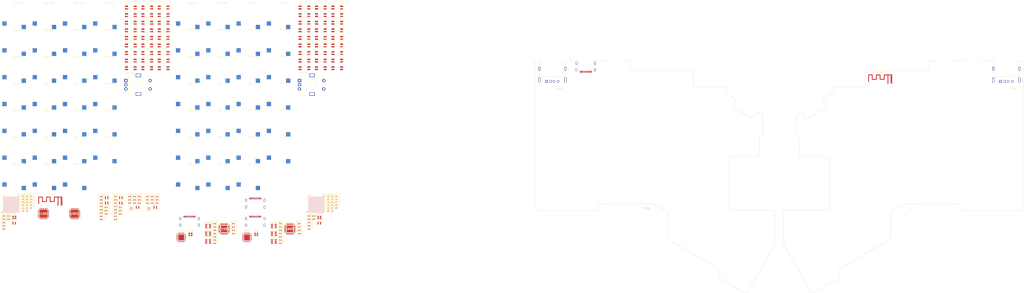
<source format=kicad_pcb>
(kicad_pcb (version 20240108) (generator "pcbnew") (generator_version "8.0")
  (layers (0 "F.Cu" signal) (31 "B.Cu" signal) (34 "B.Paste" user) (35 "F.Paste" user) (36 "B.SilkS" user "B.Silkscreen") (37 "F.SilkS" user "F.Silkscreen") (38 "B.Mask" user) (39 "F.Mask" user) (44 "Edge.Cuts" user))
  (net 0 "")
  (net 3 "GND")
  (net 4 "+VSYS")
  (net 5 "/Right/Display/C1P")
  (net 6 "/Right/Display/C1N")
  (net 7 "/Right/Display/VOUT")
  (net 8 "/Right/Display/VON")
  (net 9 "/Right/Display/AVDD")
  (net 10 "/Right/Display/ELVDD")
  (net 11 "/Right/Display/ELVSS")
  (net 12 "VBUS")
  (net 13 "VDD")
  (net 14 "+VBAT")
  (net 15 "/Right/Power/VSYS_MON")
  (net 16 "+1V8")
  (net 17 "+3V3")
  (net 18 "+3.3V")
  (net 19 "/Right/USB/XTAL2")
  (net 20 "/Right/USB/XTAL1")
  (net 21 "+1V2")
  (net 22 "/Right/Main MCU Right/OSC_IN")
  (net 23 "/Right/Main MCU Right/OSC_OUT")
  (net 24 "/Right/Main MCU Right/VREF+")
  (net 25 "/Right/Main MCU Right/VDD11")
  (net 26 "/Left/Display/C1N")
  (net 27 "/Left/Display/C1P")
  (net 28 "/Left/Display/VOUT")
  (net 29 "/Left/Display/VON")
  (net 30 "/Left/Display/AVDD")
  (net 31 "/Left/Display/ELVDD")
  (net 32 "/Left/Display/ELVSS")
  (net 33 "/Left/Main MCU Left/OSC_IN")
  (net 34 "/Left/Main MCU Left/OSC_OUT")
  (net 35 "/Left/Main MCU Left/VREF+")
  (net 36 "/Left/Main MCU Left/VDD11")
  (net 37 "/Left/Power/VSYS_MON")
  (net 38 "/Left/USB/XTAL2")
  (net 39 "/Left/USB/XTAL1")
  (net 40 "/Right/Keys Right/LED1")
  (net 41 "/Right/Keys Right/LED2")
  (net 42 "/Right/Keys Right/LED10")
  (net 43 "/Right/Keys Right/LED11")
  (net 44 "/Right/Keys Right/LED20")
  (net 45 "/Right/Keys Right/LED19")
  (net 46 "/Right/Keys Right/LED3")
  (net 47 "/Right/Keys Right/LED12")
  (net 48 "/Right/Keys Right/LED21")
  (net 49 "/Right/Keys Right/LED4")
  (net 50 "/Right/Keys Right/LED13")
  (net 51 "/Right/Keys Right/LED22")
  (net 52 "/Right/Keys Right/LED5")
  (net 53 "/Right/Keys Right/LED14")
  (net 54 "/Right/Keys Right/LED23")
  (net 55 "/Right/Keys Right/LED6")
  (net 56 "/Right/Keys Right/LED15")
  (net 57 "/Right/Keys Right/LED24")
  (net 58 "/Right/Keys Right/LED7")
  (net 59 "/Right/Keys Right/LED16")
  (net 60 "/Right/Keys Right/LED25")
  (net 61 "/Right/Keys Right/LED8")
  (net 62 "/Right/Keys Right/LED17")
  (net 63 "/Right/Keys Right/LED26")
  (net 64 "/Right/Keys Right/LED9")
  (net 65 "/Right/Keys Right/LED18")
  (net 66 "/Right/Keys Right/LED27")
  (net 68 "/Left/Keys Left/LED2")
  (net 69 "/Left/Keys Left/LED1")
  (net 70 "/Left/Keys Left/LED10")
  (net 71 "/Left/Keys Left/LED11")
  (net 72 "/Left/Keys Left/LED19")
  (net 73 "/Left/Keys Left/LED20")
  (net 74 "/Left/Keys Left/LED3")
  (net 75 "/Left/Keys Left/LED12")
  (net 76 "/Left/Keys Left/LED21")
  (net 77 "/Left/Keys Left/LED4")
  (net 78 "/Left/Keys Left/LED13")
  (net 79 "/Left/Keys Left/LED22")
  (net 80 "/Left/Keys Left/LED5")
  (net 81 "/Left/Keys Left/LED14")
  (net 82 "/Left/Keys Left/LED23")
  (net 83 "/Left/Keys Left/LED6")
  (net 84 "/Left/Keys Left/LED15")
  (net 85 "/Left/Keys Left/LED24")
  (net 86 "/Left/Keys Left/LED7")
  (net 87 "/Left/Keys Left/LED16")
  (net 88 "/Left/Keys Left/LED25")
  (net 89 "/Left/Keys Left/LED8")
  (net 90 "/Left/Keys Left/LED17")
  (net 91 "/Left/Keys Left/LED26")
  (net 92 "/Left/Keys Left/LED9")
  (net 93 "/Left/Keys Left/LED18")
  (net 94 "/Left/Keys Left/LED27")
  (net 96 "/Right/USB/USB0_DN")
  (net 98 "/Right/USB/USB0_CC2")
  (net 99 "/Right/USB/USB0_DP")
  (net 101 "/Right/USB/USB0_CC1")
  (net 104 "/Right/USB/USB1_CC2")
  (net 105 "/Right/USB/USB1_DN")
  (net 106 "/Right/USB/USB1_DP")
  (net 107 "/Right/USB/USB1_CC1")
  (net 108 "/Right/USB/USB2_DN")
  (net 109 "/Right/USB/USB2_DP")
  (net 110 "/Left/USB/USB0_DN")
  (net 112 "/Left/USB/USB0_CC2")
  (net 113 "/Left/USB/USB0_DP")
  (net 114 "/Left/USB/USB0_CC1")
  (net 118 "/Left/USB/USB1_DP")
  (net 119 "/Left/USB/USB1_DN")
  (net 120 "/Left/USB/USB1_CC2")
  (net 121 "/Left/USB/USB1_CC1")
  (net 122 "/Left/USB/USB2_DP")
  (net 123 "/Left/USB/USB2_DN")
  (net 124 "/Right/Display/LX2")
  (net 125 "/Right/Display/LX1")
  (net 126 "/Right/Power/SW_1V8")
  (net 127 "/Right/Power/SWB_3V3")
  (net 128 "/Right/Power/SWA_3V3")
  (net 129 "/Right/Main MCU Right/VLXSMPS")
  (net 130 "/Left/Display/LX2")
  (net 131 "/Left/Display/LX1")
  (net 132 "/Left/Main MCU Left/VLXSMPS")
  (net 133 "/Left/Power/SW_1V8")
  (net 134 "/Left/Power/SWB_3V3")
  (net 135 "/Left/Power/SWA_3V3")
  (net 136 "/Right/Power/BTN")
  (net 137 "/Right/Power/THR")
  (net 138 "/Right/USB/VBUS_DET")
  (net 139 "/Right/USB/RBIAS")
  (net 140 "/Right/USB/CFG_SEL1")
  (net 141 "/Right/Main MCU Right/SDA")
  (net 142 "/Right/Main MCU Right/SCL")
  (net 143 "/Left/Main MCU Left/SDA")
  (net 144 "/Left/Main MCU Left/SCL")
  (net 145 "/Left/Power/BTN")
  (net 146 "/Left/Power/THR")
  (net 147 "/Left/USB/VBUS_DET")
  (net 148 "/Left/USB/RBIAS")
  (net 149 "/Left/USB/CFG_SEL1")
  (net 150 "/Right/Keys Right/ENC_A")
  (net 151 "/Right/Keys Right/ENC_SW")
  (net 152 "/Right/Keys Right/ENC_B")
  (net 153 "/Right/Keys Right/KEY_E4")
  (net 154 "/Right/Keys Right/KEY_A7")
  (net 155 "/Right/Keys Right/KEY_B7")
  (net 156 "/Right/Keys Right/KEY_C7")
  (net 157 "/Right/Keys Right/KEY_D7")
  (net 158 "/Right/Keys Right/KEY_E5")
  (net 159 "/Right/Keys Right/KEY_A8")
  (net 160 "/Right/Keys Right/KEY_B8")
  (net 161 "/Right/Keys Right/KEY_C8")
  (net 162 "/Right/Keys Right/KEY_D8")
  (net 163 "/Right/Keys Right/KEY_E6")
  (net 164 "/Right/Keys Right/KEY_A9")
  (net 165 "/Right/Keys Right/KEY_B9")
  (net 166 "/Right/Keys Right/KEY_C9")
  (net 167 "/Right/Keys Right/KEY_D9")
  (net 168 "/Right/Keys Right/KEY_A10")
  (net 169 "/Right/Keys Right/KEY_B10")
  (net 170 "/Right/Keys Right/KEY_C10")
  (net 171 "/Right/Keys Right/KEY_D10")
  (net 172 "/Right/Keys Right/KEY_A11")
  (net 173 "/Right/Keys Right/KEY_B11")
  (net 174 "/Right/Keys Right/KEY_C11")
  (net 175 "/Right/Keys Right/KEY_D11")
  (net 176 "/Right/Keys Right/KEY_A12")
  (net 177 "/Right/Keys Right/KEY_B12")
  (net 178 "/Right/Keys Right/KEY_C12")
  (net 179 "/Right/Keys Right/KEY_D12")
  (net 180 "/Left/Keys Left/KEY_A1")
  (net 181 "/Left/Keys Left/KEY_B1")
  (net 182 "/Left/Keys Left/KEY_C1")
  (net 183 "/Left/Keys Left/KEY_D1")
  (net 184 "/Left/Keys Left/KEY_A2")
  (net 185 "/Left/Keys Left/KEY_B2")
  (net 186 "/Left/Keys Left/KEY_C2")
  (net 187 "/Left/Keys Left/KEY_D2")
  (net 188 "/Left/Keys Left/KEY_A3")
  (net 189 "/Left/Keys Left/KEY_B3")
  (net 190 "/Left/Keys Left/KEY_C3")
  (net 191 "/Left/Keys Left/KEY_D3")
  (net 192 "/Left/Keys Left/KEY_A4")
  (net 193 "/Left/Keys Left/KEY_B4")
  (net 194 "/Left/Keys Left/KEY_C4")
  (net 195 "/Left/Keys Left/KEY_D4")
  (net 196 "/Left/Keys Left/KEY_A5")
  (net 197 "/Left/Keys Left/KEY_B5")
  (net 198 "/Left/Keys Left/KEY_C5")
  (net 199 "/Left/Keys Left/KEY_D5")
  (net 200 "/Left/Keys Left/KEY_E1")
  (net 201 "/Left/Keys Left/KEY_A6")
  (net 202 "/Left/Keys Left/KEY_B6")
  (net 203 "/Left/Keys Left/KEY_C6")
  (net 204 "/Left/Keys Left/KEY_D6")
  (net 205 "/Left/Keys Left/KEY_E2")
  (net 206 "/Left/Keys Left/ENC_SW")
  (net 207 "/Left/Keys Left/ENC_B")
  (net 208 "/Left/Keys Left/ENC_A")
  (net 209 "/Left/Keys Left/KEY_E3")
  (net 210 "/Right/Display/AVDDEN")
  (net 211 "/Right/Display/SWIRE")
  (net 225 "Net-(U604-VSS-Pad33)")
  (net 247 "/Right/USB/SDA")
  (net 248 "/Right/USB/SCL")
  (net 255 "/Right/USB/USB3_DN")
  (net 261 "/Right/USB/USB3_DP")
  (net 470 "/Left/Display/AVDDEN")
  (net 471 "/Left/Display/SWIRE")
  (net 604 "Net-(U1504-VSS-Pad33)")
  (net 620 "/Left/USB/USB3_DP")
  (net 624 "/Left/USB/SDA")
  (net 627 "/Left/USB/SCL")
  (net 630 "/Left/USB/USB3_DN")
  (footprint "keyboard_footprints:AMPHENOL_GSB12J21C1EU" (layer "F.Cu") (at 350.95 98.15 180)
    (property "Reference" "J603")
    (property "Value" "GSB12J21C1EU")
    (fp_line (start 7.5 5.3) (end 7.25 5.3) (stroke (width 0.12)) (layer "Edge.Cuts"))
    (fp_line (start 7.5 2) (end 7.5 5.3) (stroke (width 0.12)) (layer "Edge.Cuts"))
    (fp_line (start 6.95 5.6) (end 6.95 9.65) (stroke (width 0.12)) (layer "Edge.Cuts"))
    (fp_line (start -6.6 2) (end 6.6 2) (stroke (width 0.12)) (layer "Edge.Cuts"))
    (fp_line (start -6.95 9.65) (end -6.95 5.6) (stroke (width 0.12)) (layer "Edge.Cuts"))
    (fp_line (start -7.25 5.3) (end -7.5 5.3) (stroke (width 0.12)) (layer "Edge.Cuts"))
    (fp_line (start -7.5 5.3) (end -7.5 2) (stroke (width 0.12)) (layer "Edge.Cuts"))
    (fp_arc (start 7.05 1.5) (mid 7.378553 1.656802) (end 7.5 2) (stroke (width 0.12)) (layer "Edge.Cuts"))
    (fp_arc (start 6.95 5.6) (mid 7.037868 5.387868) (end 7.25 5.3) (stroke (width 0.12)) (layer "Edge.Cuts"))
    (fp_arc (start 6.6 2) (mid 6.721447 1.656802) (end 7.05 1.5) (stroke (width 0.12)) (layer "Edge.Cuts"))
    (fp_arc (start -7.05 1.5) (mid -6.721447 1.656802) (end -6.6 2) (stroke (width 0.12)) (layer "Edge.Cuts"))
    (fp_arc (start -7.25 5.3) (mid -7.037868 5.387868) (end -6.95 5.6) (stroke (width 0.12)) (layer "Edge.Cuts"))
    (fp_arc (start -7.5 2) (mid -7.378554 1.656802) (end -7.05 1.5) (stroke (width 0.12)) (layer "Edge.Cuts"))
  )
  (footprint "Capacitor_SMD:C_0201_0603Metric" (layer "F.Cu") (at -50.345 171.5)
    (property "Reference" "C1320")
    (property "Value" "100n")
  )
  (footprint "keyboard_footprints:choc-v1-hotswap" (layer "F.Cu") (at -240.815 124.875)
    (property "Reference" "SW1205")
    (property "Value" "SW_DIP_x01")
  )
  (footprint "Resistor_SMD:R_0402_1005Metric" (layer "F.Cu") (at -246.565 181.77)
    (property "Reference" "R802")
    (property "Value" "10k")
  )
  (footprint "Capacitor_SMD:C_0402_1005Metric" (layer "F.Cu") (at -191.145 172.05)
    (property "Reference" "C1403")
    (property "Value" "10u")
  )
  (footprint "keyboard_footprints:choc-v1-hotswap" (layer "F.Cu") (at -82.46 60.475)
    (property "Reference" "SW723")
    (property "Value" "SW_DIP_x01")
  )
  (footprint "keyboard_footprints:LED_SK6812-E" (layer "F.Cu") (at -163.5995 77.45)
    (property "Reference" "D1215")
    (property "Value" "SK6812-E")
    (fp_line (start -1.7 -1.5) (end 1.7 -1.5) (stroke (width 0.01)) (layer "Edge.Cuts"))
    (fp_line (start -1.7 1.5) (end -1.7 -1.5) (stroke (width 0.01)) (layer "Edge.Cuts"))
    (fp_line (start 1.7 -1.5) (end 1.7 1.5) (stroke (width 0.01)) (layer "Edge.Cuts"))
    (fp_line (start 1.7 1.5) (end -1.7 1.5) (stroke (width 0.01)) (layer "Edge.Cuts"))
  )
  (footprint "Capacitor_SMD:C_0201_0603Metric" (layer "F.Cu") (at -55.245 168)
    (property "Reference" "C1303")
    (property "Value" "100n")
  )
  (footprint "Resistor_SMD:R_0402_1005Metric" (layer "F.Cu") (at -179.745 174.6)
    (property "Reference" "R501")
    (property "Value" "10k")
  )
  (footprint "keyboard_footprints:choc-v1-hotswap" (layer "F.Cu") (at -204.565 157.075)
    (property "Reference" "SW1221")
    (property "Value" "SW_DIP_x01")
  )
  (footprint "Package_TO_SOT_SMD:SOT-23-6" (layer "F.Cu") (at -87.755 185.775)
    (property "Reference" "U601")
    (property "Value" "USBLC6-4SC6")
  )
  (footprint "Capacitor_SMD:C_0402_1005Metric" (layer "F.Cu") (at -174.125 172.05)
    (property "Reference" "C1103")
    (property "Value" "1u")
  )
  (footprint "Capacitor_SMD:C_0402_1005Metric" (layer "F.Cu") (at -182.635 168.11)
    (property "Reference" "C501")
    (property "Value" "2u2")
  )
  (footprint "Capacitor_SMD:C_0402_1005Metric" (layer "F.Cu") (at -83.745 194.21)
    (property "Reference" "C607")
    (property "Value" "1u")
  )
  (footprint "Capacitor_SMD:C_0201_0603Metric" (layer "F.Cu") (at -233.105 173.25)
    (property "Reference" "C821")
    (property "Value" "2u2")
  )
  (footprint "Capacitor_SMD:C_0201_0603Metric" (layer "F.Cu") (at -235.555 169.75)
    (property "Reference" "C811")
    (property "Value" "100n")
  )
  (footprint "keyboard_footprints:LED_SK6812-E" (layer "F.Cu") (at -173.4265 82)
    (property "Reference" "D1207")
    (property "Value" "SK6812-E")
    (fp_line (start -1.7 -1.5) (end 1.7 -1.5) (stroke (width 0.01)) (layer "Edge.Cuts"))
    (fp_line (start -1.7 1.5) (end -1.7 -1.5) (stroke (width 0.01)) (layer "Edge.Cuts"))
    (fp_line (start 1.7 -1.5) (end 1.7 1.5) (stroke (width 0.01)) (layer "Edge.Cuts"))
    (fp_line (start 1.7 1.5) (end -1.7 1.5) (stroke (width 0.01)) (layer "Edge.Cuts"))
  )
  (footprint "keyboard_footprints:LED_SK6812-E" (layer "F.Cu") (at -163.5995 68.35)
    (property "Reference" "D1213")
    (property "Value" "SK6812-E")
    (fp_line (start -1.7 -1.5) (end 1.7 -1.5) (stroke (width 0.01)) (layer "Edge.Cuts"))
    (fp_line (start -1.7 1.5) (end -1.7 -1.5) (stroke (width 0.01)) (layer "Edge.Cuts"))
    (fp_line (start 1.7 -1.5) (end 1.7 1.5) (stroke (width 0.01)) (layer "Edge.Cuts"))
    (fp_line (start 1.7 1.5) (end -1.7 1.5) (stroke (width 0.01)) (layer "Edge.Cuts"))
  )
  (footprint "Package_DFN_QFN:QFN-32-1EP_5x5mm_P0.5mm_EP3.45x3.45mm" (layer "F.Cu") (at -143.255 192.58)
    (property "Reference" "U1504")
    (property "Value" "STM32G0B1KBUx")
  )
  (footprint "keyboard_footprints:choc-v1-hotswap" (layer "F.Cu") (at -240.815 76.575)
    (property "Reference" "SW1202")
    (property "Value" "SW_DIP_x01")
  )
  (footprint "Resistor_SMD:R_0402_1005Metric" (layer "F.Cu") (at -111.995 184.37)
    (property "Reference" "R1503")
    (property "Value" "47k")
  )
  (footprint "keyboard_footprints:LED_SK6812-E" (layer "F.Cu") (at -59.6195 59.25)
    (property "Reference" "D711")
    (property "Value" "SK6812-E")
    (fp_line (start -1.7 -1.5) (end 1.7 -1.5) (stroke (width 0.01)) (layer "Edge.Cuts"))
    (fp_line (start -1.7 1.5) (end -1.7 -1.5) (stroke (width 0.01)) (layer "Edge.Cuts"))
    (fp_line (start 1.7 -1.5) (end 1.7 1.5) (stroke (width 0.01)) (layer "Edge.Cuts"))
    (fp_line (start 1.7 1.5) (end -1.7 1.5) (stroke (width 0.01)) (layer "Edge.Cuts"))
  )
  (footprint "keyboard_footprints:USB4510031A" (layer "F.Cu") (at -98.925 184.125)
    (property "Reference" "J602" (hide yes))
    (property "Value" "USB4510-03-1-A" (hide yes))
    (fp_line (start -4.62 2.75) (end -4.62 -3.4) (stroke (width 0.12)) (layer "Edge.Cuts"))
    (fp_line (start -4.02 -3.4) (end 4.02 -3.4) (stroke (width 0.12)) (layer "Edge.Cuts"))
    (fp_line (start 4.62 2.75) (end 4.62 -3.4) (stroke (width 0.12)) (layer "Edge.Cuts"))
    (fp_arc (start -4.62 -3.4) (mid -4.32 -3.7) (end -4.02 -3.4) (stroke (width 0.12)) (layer "Edge.Cuts"))
    (fp_arc (start 4.02 -3.4) (mid 4.32 -3.7) (end 4.62 -3.4) (stroke (width 0.12)) (layer "Edge.Cuts"))
  )
  (footprint "Capacitor_SMD:C_0201_0603Metric" (layer "F.Cu") (at -55.245 175)
    (property "Reference" "C1307")
    (property "Value" "1u")
  )
  (footprint "keyboard_footprints:choc-v1-hotswap" (layer "F.Cu") (at -118.71 60.475)
    (property "Reference" "SW709")
    (property "Value" "SW_DIP_x01")
  )
  (footprint "keyboard_footprints:LED_SK6812-E" (layer "F.Cu") (at -59.6195 91.1)
    (property "Reference" "D718")
    (property "Value" "SK6812-E")
    (fp_line (start -1.7 -1.5) (end 1.7 -1.5) (stroke (width 0.01)) (layer "Edge.Cuts"))
    (fp_line (start -1.7 1.5) (end -1.7 -1.5) (stroke (width 0.01)) (layer "Edge.Cuts"))
    (fp_line (start 1.7 -1.5) (end 1.7 1.5) (stroke (width 0.01)) (layer "Edge.Cuts"))
    (fp_line (start 1.7 1.5) (end -1.7 1.5) (stroke (width 0.01)) (layer "Edge.Cuts"))
  )
  (footprint "keyboard_footprints:LED_SK6812-E" (layer "F.Cu") (at -173.4265 59.25)
    (property "Reference" "D1202")
    (property "Value" "SK6812-E")
    (fp_line (start -1.7 -1.5) (end 1.7 -1.5) (stroke (width 0.01)) (layer "Edge.Cuts"))
    (fp_line (start -1.7 1.5) (end -1.7 -1.5) (stroke (width 0.01)) (layer "Edge.Cuts"))
    (fp_line (start 1.7 -1.5) (end 1.7 1.5) (stroke (width 0.01)) (layer "Edge.Cuts"))
    (fp_line (start 1.7 1.5) (end -1.7 1.5) (stroke (width 0.01)) (layer "Edge.Cuts"))
  )
  (footprint "Capacitor_SMD:C_0402_1005Metric" (layer "F.Cu") (at -168.385 168.11)
    (property "Reference" "C1107")
    (property "Value" "10u")
  )
  (footprint "Capacitor_SMD:C_0402_1005Metric" (layer "F.Cu") (at -171.255 172.05)
    (property "Reference" "C1106")
    (property "Value" "4u7")
  )
  (footprint "keyboard_footprints:choc-v1-hotswap" (layer "F.Cu") (at -186.44 60.475)
    (property "Reference" "SW1222")
    (property "Value" "SW_DIP_x01")
  )
  (footprint "keyboard_footprints:LED_SK6812-E" (layer "F.Cu") (at -69.4465 54.7)
    (property "Reference" "D701")
    (property "Value" "SK6812-E")
    (fp_line (start -1.7 -1.5) (end 1.7 -1.5) (stroke (width 0.01)) (layer "Edge.Cuts"))
    (fp_line (start -1.7 1.5) (end -1.7 -1.5) (stroke (width 0.01)) (layer "Edge.Cuts"))
    (fp_line (start 1.7 -1.5) (end 1.7 1.5) (stroke (width 0.01)) (layer "Edge.Cuts"))
    (fp_line (start 1.7 1.5) (end -1.7 1.5) (stroke (width 0.01)) (layer "Edge.Cuts"))
  )
  (footprint "keyboard_footprints:Keyboard v2" (layer "F.Cu") (at 295 140)
    (property "Reference" "REF**")
    (property "Value" "Keyboard v2")
    (fp_line (start -77.361944 56.725278) (end -77.361944 37.129777) (stroke (width 0.12)) (layer "Edge.Cuts"))
    (fp_line (start -77.228277 57.230751) (end -60.894747 85.561744) (stroke (width 0.12)) (layer "Edge.Cuts"))
    (fp_line (start -76.35771 36.129794) (end -50.901806 36.129794) (stroke (width 0.12)) (layer "Edge.Cuts"))
    (fp_line (start -69.91 -8.881985) (end -69.91 -20.549023) (stroke (width 0.12)) (layer "Edge.Cuts"))
    (fp_line (start -69.41 -21.415021) (end -67.463844 -22.538635) (stroke (width 0.12)) (layer "Edge.Cuts"))
    (fp_line (start -67.91 3.118015) (end -67.91 -6.870206) (stroke (width 0.12)) (layer "Edge.Cuts"))
    (fp_line (start -66.909852 4.129794) (end -50.909952 4.129794) (stroke (width 0.12)) (layer "Edge.Cuts"))
    (fp_line (start -66.095613 -22.168737) (end -64.405458 -19.241304) (stroke (width 0.12)) (layer "Edge.Cuts"))
    (fp_line (start -63.041889 -18.879362) (end -52.502264 -24.964418) (stroke (width 0.12)) (layer "Edge.Cuts"))
    (fp_line (start -59.533603 85.920686) (end -44.432609 77.214418) (stroke (width 0.12)) (layer "Edge.Cuts"))
    (fp_line (start -53.460235 -30.623622) (end -48.049975 -33.747237) (stroke (width 0.12)) (layer "Edge.Cuts"))
    (fp_line (start -52.136249 -26.33041) (end -53.826301 -29.257667) (stroke (width 0.12)) (layer "Edge.Cuts"))
    (fp_line (start -49.91 5.129794) (end -49.91 35.129777) (stroke (width 0.12)) (layer "Edge.Cuts"))
    (fp_line (start -47.55 -36.500023) (end -47.55 -34.613223) (stroke (width 0.12)) (layer "Edge.Cuts"))
    (fp_line (start -43.939515 76.352577) (end -43.939515 71.953077) (stroke (width 0.12)) (layer "Edge.Cuts"))
    (fp_line (start -29.557535 -37.5) (end -46.561967 -37.5) (stroke (width 0.12)) (layer "Edge.Cuts"))
    (fp_line (start -28.55 -46.500023) (end -28.55 -38.500023) (stroke (width 0.12)) (layer "Edge.Cuts"))
    (fp_line (start -27.538137 -47.5) (end 8.457431 -47.5) (stroke (width 0.12)) (layer "Edge.Cuts"))
    (fp_line (start -13.922999 54.070015) (end -43.443005 71.089039) (stroke (width 0.12)) (layer "Edge.Cuts"))
    (fp_line (start -13.422463 53.203677) (end -13.422463 38.313077) (stroke (width 0.12)) (layer "Edge.Cuts"))
    (fp_line (start -12.922463 37.447093) (end -4.585755 32.633893) (stroke (width 0.12)) (layer "Edge.Cuts"))
    (fp_line (start 9.45 -48.500023) (end 9.45 -52.500023) (stroke (width 0.12)) (layer "Edge.Cuts"))
    (fp_line (start 12.45 -53.5) (end 10.438033 -53.5) (stroke (width 0.12)) (layer "Edge.Cuts"))
    (fp_line (start 12.45 -53.5) (end 13.29 -53.5) (stroke (width 0.12)) (layer "Edge.Cuts"))
    (fp_line (start 23.45 -53.5) (end 22.53 -53.5) (stroke (width 0.12)) (layer "Edge.Cuts"))
    (fp_line (start 27.450048 32.5) (end -4.093566 32.5) (stroke (width 0.12)) (layer "Edge.Cuts"))
    (fp_line (start 28.45 35.499977) (end 28.45 33.492907) (stroke (width 0.12)) (layer "Edge.Cuts"))
    (fp_line (start 30.45 -53.499956) (end 23.45 -53.499956) (stroke (width 0.12)) (layer "Edge.Cuts"))
    (fp_line (start 31.33 -53.5) (end 30.45 -53.5) (stroke (width 0.12)) (layer "Edge.Cuts"))
    (fp_line (start 40.57 -53.5) (end 41.45 -53.5) (stroke (width 0.12)) (layer "Edge.Cuts"))
    (fp_line (start 47.7 -53.5) (end 48.00075 -53.5) (stroke (width 0.12)) (layer "Edge.Cuts"))
    (fp_line (start 47.7 -53.499956) (end 41.45 -53.499956) (stroke (width 0.12)) (layer "Edge.Cuts"))
    (fp_line (start 49.00075 -52.5) (end 49.00075 -51.4925) (stroke (width 0.12)) (layer "Edge.Cuts"))
    (fp_line (start 62.90075 -51.4925) (end 62.90075 -52.5) (stroke (width 0.12)) (layer "Edge.Cuts"))
    (fp_line (start 64.2 -53.5) (end 63.90075 -53.5) (stroke (width 0.12)) (layer "Edge.Cuts"))
    (fp_line (start 65.442465 36.5) (end 29.450048 36.5) (stroke (width 0.12)) (layer "Edge.Cuts"))
    (fp_line (start 65.450039 -53.499956) (end 64.2 -53.499956) (stroke (width 0.12)) (layer "Edge.Cuts"))
    (fp_line (start 66.45 -52.499956) (end 66.45 35.5) (stroke (width 0.12)) (layer "Edge.Cuts"))
    (fp_arc (start -77.361944 37.129777) (mid -77.067552 36.421178) (end -76.35771 36.129794) (stroke (width 0.12)) (layer "Edge.Cuts"))
    (fp_arc (start -77.228277 57.230751) (mid -77.328729 56.986905) (end -77.361944 56.725278) (stroke (width 0.12)) (layer "Edge.Cuts"))
    (fp_arc (start -69.91 -20.549023) (mid -69.776013 -21.049004) (end -69.41 -21.415021) (stroke (width 0.12)) (layer "Edge.Cuts"))
    (fp_arc (start -68.91 -7.870206) (mid -69.621239 -8.167316) (end -69.91 -8.881985) (stroke (width 0.12)) (layer "Edge.Cuts"))
    (fp_arc (start -68.91 -7.870206) (mid -68.202872 -7.577334) (end -67.91 -6.870206) (stroke (width 0.12)) (layer "Edge.Cuts"))
    (fp_arc (start -67.463844 -22.538635) (mid -66.702878 -22.637953) (end -66.095613 -22.168737) (stroke (width 0.12)) (layer "Edge.Cuts"))
    (fp_arc (start -66.909852 4.129794) (mid -67.621188 3.832737) (end -67.91 3.118015) (stroke (width 0.12)) (layer "Edge.Cuts"))
    (fp_arc (start -63.041889 -18.879362) (mid -63.798385 -18.778865) (end -64.405458 -19.241304) (stroke (width 0.12)) (layer "Edge.Cuts"))
    (fp_arc (start -59.533603 85.920686) (mid -60.288033 86.021292) (end -60.894747 85.561744) (stroke (width 0.12)) (layer "Edge.Cuts"))
    (fp_arc (start -53.826301 -29.257667) (mid -53.92618 -30.016463) (end -53.460235 -30.623622) (stroke (width 0.12)) (layer "Edge.Cuts"))
    (fp_arc (start -52.136249 -26.33041) (mid -52.036351 -25.57161) (end -52.502264 -24.964418) (stroke (width 0.12)) (layer "Edge.Cuts"))
    (fp_arc (start -50.909952 4.129794) (mid -50.202877 4.422705) (end -49.91 5.129794) (stroke (width 0.12)) (layer "Edge.Cuts"))
    (fp_arc (start -49.91 35.129777) (mid -50.200029 35.83397) (end -50.901806 36.129794) (stroke (width 0.12)) (layer "Edge.Cuts"))
    (fp_arc (start -47.55 -36.500023) (mid -47.261328 -37.202903) (end -46.561967 -37.5) (stroke (width 0.12)) (layer "Edge.Cuts"))
    (fp_arc (start -47.55 -34.613223) (mid -47.683968 -34.113246) (end -48.049975 -33.747237) (stroke (width 0.12)) (layer "Edge.Cuts"))
    (fp_arc (start -43.939515 71.953077) (mid -43.80656 71.454802) (end -43.443005 71.089039) (stroke (width 0.12)) (layer "Edge.Cuts"))
    (fp_arc (start -43.939515 76.352577) (mid -44.071486 76.849073) (end -44.432537 77.214542) (stroke (width 0.12)) (layer "Edge.Cuts"))
    (fp_arc (start -28.55 -46.500023) (mid -28.252903 -47.211328) (end -27.538137 -47.5) (stroke (width 0.12)) (layer "Edge.Cuts"))
    (fp_arc (start -28.55 -38.500023) (mid -28.845588 -37.790268) (end -29.557535 -37.5) (stroke (width 0.12)) (layer "Edge.Cuts"))
    (fp_arc (start -13.422463 38.313077) (mid -13.288474 37.813103) (end -12.922463 37.447093) (stroke (width 0.12)) (layer "Edge.Cuts"))
    (fp_arc (start -13.422463 53.203677) (mid -13.556595 53.703945) (end -13.922999 54.070015) (stroke (width 0.12)) (layer "Edge.Cuts"))
    (fp_arc (start -4.585755 32.633893) (mid -4.34834 32.53504) (end -4.093566 32.5) (stroke (width 0.12)) (layer "Edge.Cuts"))
    (fp_arc (start 9.45 -52.500023) (mid 9.738673 -53.202902) (end 10.438033 -53.5) (stroke (width 0.12)) (layer "Edge.Cuts"))
    (fp_arc (start 9.45 -48.500023) (mid 9.159704 -47.795558) (end 8.457431 -47.5) (stroke (width 0.12)) (layer "Edge.Cuts"))
    (fp_arc (start 27.450048 32.5) (mid 28.154612 32.790407) (end 28.45 33.492907) (stroke (width 0.12)) (layer "Edge.Cuts"))
    (fp_arc (start 29.450023 36.500023) (mid 28.742885 36.207131) (end 28.45 35.5) (stroke (width 0.12)) (layer "Edge.Cuts"))
    (fp_arc (start 48.00075 -53.5) (mid 48.707889 -53.207124) (end 49.00075 -52.5) (stroke (width 0.12)) (layer "Edge.Cuts"))
    (fp_arc (start 62.90075 -52.5) (mid 63.193646 -53.207089) (end 63.90075 -53.5) (stroke (width 0.12)) (layer "Edge.Cuts"))
    (fp_arc (start 65.450039 -53.499956) (mid 66.157105 -53.207046) (end 66.45 -52.499956) (stroke (width 0.12)) (layer "Edge.Cuts"))
    (fp_arc (start 66.45 35.499877) (mid 66.154452 36.209693) (end 65.442465 36.5) (stroke (width 0.12)) (layer "Edge.Cuts"))
  )
  (footprint "Inductor_SMD:L_Murata_DFE201610P" (layer "F.Cu") (at -179.38 171.985)
    (property "Reference" "L502")
    (property "Value" "4u7")
  )
  (footprint "Capacitor_SMD:C_0201_0603Metric" (layer "F.Cu") (at -235.555 171.5)
    (property "Reference" "C812")
    (property "Value" "1u")
  )
  (footprint "Capacitor_SMD:C_0201_0603Metric" (layer "F.Cu") (at -238.005 176.75)
    (property "Reference" "C809")
    (property "Value" "100n")
  )
  (footprint "keyboard_footprints:LED_SK6812-E" (layer "F.Cu") (at -69.4465 63.8)
    (property "Reference" "D703")
    (property "Value" "SK6812-E")
    (fp_line (start -1.7 -1.5) (end 1.7 -1.5) (stroke (width 0.01)) (layer "Edge.Cuts"))
    (fp_line (start -1.7 1.5) (end -1.7 -1.5) (stroke (width 0.01)) (layer "Edge.Cuts"))
    (fp_line (start 1.7 -1.5) (end 1.7 1.5) (stroke (width 0.01)) (layer "Edge.Cuts"))
    (fp_line (start 1.7 1.5) (end -1.7 1.5) (stroke (width 0.01)) (layer "Edge.Cuts"))
  )
  (footprint "keyboard_footprints:choc-v1-hotswap" (layer "F.Cu") (at -118.71 140.975)
    (property "Reference" "SW714")
    (property "Value" "SW_DIP_x01")
  )
  (footprint "keyboard_footprints:LED_SK6812-E" (layer "F.Cu") (at -59.6195 68.35)
    (property "Reference" "D713")
    (property "Value" "SK6812-E")
    (fp_line (start -1.7 -1.5) (end 1.7 -1.5) (stroke (width 0.01)) (layer "Edge.Cuts"))
    (fp_line (start -1.7 1.5) (end -1.7 -1.5) (stroke (width 0.01)) (layer "Edge.Cuts"))
    (fp_line (start 1.7 -1.5) (end 1.7 1.5) (stroke (width 0.01)) (layer "Edge.Cuts"))
    (fp_line (start 1.7 1.5) (end -1.7 1.5) (stroke (width 0.01)) (layer "Edge.Cuts"))
  )
  (footprint "Capacitor_SMD:C_0402_1005Metric" (layer "F.Cu") (at -157.775 168.11)
    (property "Reference" "C407")
    (property "Value" "10u")
  )
  (footprint "Capacitor_SMD:C_0402_1005Metric" (layer "F.Cu") (at -157.775 172.05)
    (property "Reference" "C409")
    (property "Value" "22u")
  )
  (footprint "Capacitor_SMD:C_0402_1005Metric" (layer "F.Cu") (at -191.145 177.96)
    (property "Reference" "C1406")
    (property "Value" "10u")
  )
  (footprint "keyboard_footprints:LED_SK6812-E" (layer "F.Cu") (at -69.4465 77.45)
    (property "Reference" "D706")
    (property "Value" "SK6812-E")
    (fp_line (start -1.7 -1.5) (end 1.7 -1.5) (stroke (width 0.01)) (layer "Edge.Cuts"))
    (fp_line (start -1.7 1.5) (end -1.7 -1.5) (stroke (width 0.01)) (layer "Edge.Cuts"))
    (fp_line (start 1.7 -1.5) (end 1.7 1.5) (stroke (width 0.01)) (layer "Edge.Cuts"))
    (fp_line (start 1.7 1.5) (end -1.7 1.5) (stroke (width 0.01)) (layer "Edge.Cuts"))
  )
  (footprint "Resistor_SMD:R_0402_1005Metric" (layer "F.Cu") (at -72.605 190.34)
    (property "Reference" "R606")
    (property "Value" "10k")
  )
  (footprint "keyboard_footprints:UFBGA144_STM" (layer "F.Cu") (at -245.056 172.959)
    (property "Reference" "U801" (hide yes))
    (property "Value" "STM32U5G9ZJJ6Q")
  )
  (footprint "Capacitor_SMD:C_0201_0603Metric" (layer "F.Cu") (at -233.105 168)
    (property "Reference" "C817")
    (property "Value" "100n")
  )
  (footprint "keyboard_footprints:LED_SK6812-E" (layer "F.Cu") (at -49.7925 54.7)
    (property "Reference" "D719")
    (property "Value" "SK6812-E")
    (fp_line (start -1.7 -1.5) (end 1.7 -1.5) (stroke (width 0.01)) (layer "Edge.Cuts"))
    (fp_line (start -1.7 1.5) (end -1.7 -1.5) (stroke (width 0.01)) (layer "Edge.Cuts"))
    (fp_line (start 1.7 -1.5) (end 1.7 1.5) (stroke (width 0.01)) (layer "Edge.Cuts"))
    (fp_line (start 1.7 1.5) (end -1.7 1.5) (stroke (width 0.01)) (layer "Edge.Cuts"))
  )
  (footprint "Resistor_SMD:R_0402_1005Metric" (layer "F.Cu") (at -111.995 188.35)
    (property "Reference" "R1505")
    (property "Value" "12k")
  )
  (footprint "Capacitor_SMD:C_0201_0603Metric" (layer "F.Cu") (at -52.795 171.5)
    (property "Reference" "C1312")
    (property "Value" "1u")
  )
  (footprint "Capacitor_SMD:C_0402_1005Metric" (layer "F.Cu") (at -249.455 179.77)
    (property "Reference" "C801")
    (property "Value" "6p")
  )
  (footprint "keyboard_footprints:choc-v1-hotswap" (layer "F.Cu") (at -240.815 92.675)
    (property "Reference" "SW1203")
    (property "Value" "SW_DIP_x01")
  )
  (footprint "keyboard_footprints:choc-v1-hotswap" (layer "F.Cu") (at -222.69 108.775)
    (property "Reference" "SW1211")
    (property "Value" "SW_DIP_x01")
  )
  (footprint "keyboard_footprints:UFBGA144_STM" (layer "F.Cu") (at -62.296 172.959)
    (property "Reference" "U1301" (hide yes))
    (property "Value" "STM32U5G9ZJJ6Q")
  )
  (footprint "keyboard_footprints:choc-v1-hotswap" (layer "F.Cu") (at -186.44 108.775)
    (property "Reference" "SW1225")
    (property "Value" "SW_DIP_x01")
  )
  (footprint "Capacitor_SMD:C_0402_1005Metric" (layer "F.Cu") (at -182.635 170.08)
    (property "Reference" "C502")
    (property "Value" "1u")
  )
  (footprint "Capacitor_SMD:C_0201_0603Metric" (layer "F.Cu") (at -50.345 169.75)
    (property "Reference" "C1318")
    (property "Value" "100n")
  )
  (footprint "keyboard_footprints:QFN40P600X600X95-49N-D" (layer "F.Cu") (at -207.08 178.375)
    (property "Reference" "U901")
    (property "Value" "nRF52840-QFAA-F-R7" (hide yes))
  )
  (footprint "keyboard_footprints:choc-v1-hotswap" (layer "F.Cu") (at -100.585 108.775)
    (property "Reference" "SW719")
    (property "Value" "SW_DIP_x01")
  )
  (footprint "keyboard_footprints:choc-v1-hotswap" (layer "F.Cu") (at -186.44 140.975)
    (property "Reference" "SW1228")
    (property "Value" "SW_DIP_x01")
  )
  (footprint "keyboard_footprints:LED_SK6812-E" (layer "F.Cu") (at -153.7725 82)
    (property "Reference" "D1225")
    (property "Value" "SK6812-E")
    (fp_line (start -1.7 -1.5) (end 1.7 -1.5) (stroke (width 0.01)) (layer "Edge.Cuts"))
    (fp_line (start -1.7 1.5) (end -1.7 -1.5) (stroke (width 0.01)) (layer "Edge.Cuts"))
    (fp_line (start 1.7 -1.5) (end 1.7 1.5) (stroke (width 0.01)) (layer "Edge.Cuts"))
    (fp_line (start 1.7 1.5) (end -1.7 1.5) (stroke (width 0.01)) (layer "Edge.Cuts"))
  )
  (footprint "keyboard_footprints:LED_SK6812-E" (layer "F.Cu") (at -153.7725 63.8)
    (property "Reference" "D1221")
    (property "Value" "SK6812-E")
    (fp_line (start -1.7 -1.5) (end 1.7 -1.5) (stroke (width 0.01)) (layer "Edge.Cuts"))
    (fp_line (start -1.7 1.5) (end -1.7 -1.5) (stroke (width 0.01)) (layer "Edge.Cuts"))
    (fp_line (start 1.7 -1.5) (end 1.7 1.5) (stroke (width 0.01)) (layer "Edge.Cuts"))
    (fp_line (start 1.7 1.5) (end -1.7 1.5) (stroke (width 0.01)) (layer "Edge.Cuts"))
  )
  (footprint "keyboard_footprints:choc-v1-hotswap" (layer "F.Cu") (at -204.565 108.775)
    (property "Reference" "SW1218")
    (property "Value" "SW_DIP_x01")
  )
  (footprint "keyboard_footprints:LED_SK6812-E" (layer "F.Cu") (at -153.7725 54.7)
    (property "Reference" "D1219")
    (property "Value" "SK6812-E")
    (fp_line (start -1.7 -1.5) (end 1.7 -1.5) (stroke (width 0.01)) (layer "Edge.Cuts"))
    (fp_line (start -1.7 1.5) (end -1.7 -1.5) (stroke (width 0.01)) (layer "Edge.Cuts"))
    (fp_line (start 1.7 -1.5) (end 1.7 1.5) (stroke (width 0.01)) (layer "Edge.Cuts"))
    (fp_line (start 1.7 1.5) (end -1.7 1.5) (stroke (width 0.01)) (layer "Edge.Cuts"))
  )
  (footprint "Capacitor_SMD:C_0201_0603Metric" (layer "F.Cu") (at -233.105 171.5)
    (property "Reference" "C820")
    (property "Value" "100n")
  )
  (footprint "Capacitor_SMD:C_0201_0603Metric" (layer "F.Cu") (at -235.555 175)
    (property "Reference" "C814")
    (property "Value" "100n")
  )
  (footprint "keyboard_footprints:choc-v1-hotswap" (layer "F.Cu") (at -118.71 157.075)
    (property "Reference" "SW715")
    (property "Value" "SW_DIP_x01")
  )
  (footprint "keyboard_footprints:LED_SK6812-E" (layer "F.Cu") (at -49.7925 82)
    (property "Reference" "D725")
    (property "Value" "SK6812-E")
    (fp_line (start -1.7 -1.5) (end 1.7 -1.5) (stroke (width 0.01)) (layer "Edge.Cuts"))
    (fp_line (start -1.7 1.5) (end -1.7 -1.5) (stroke (width 0.01)) (layer "Edge.Cuts"))
    (fp_line (start 1.7 -1.5) (end 1.7 1.5) (stroke (width 0.01)) (layer "Edge.Cuts"))
    (fp_line (start 1.7 1.5) (end -1.7 1.5) (stroke (width 0.01)) (layer "Edge.Cuts"))
  )
  (footprint "Capacitor_SMD:C_0201_0603Metric" (layer "F.Cu") (at -238.005 173.25)
    (property "Reference" "C806")
    (property "Value" "100n")
  )
  (footprint "keyboard_footprints:LED_SK6812-E" (layer "F.Cu") (at -173.4265 72.9)
    (property "Reference" "D1205")
    (property "Value" "SK6812-E")
    (fp_line (start -1.7 -1.5) (end 1.7 -1.5) (stroke (width 0.01)) (layer "Edge.Cuts"))
    (fp_line (start -1.7 1.5) (end -1.7 -1.5) (stroke (width 0.01)) (layer "Edge.Cuts"))
    (fp_line (start 1.7 -1.5) (end 1.7 1.5) (stroke (width 0.01)) (layer "Edge.Cuts"))
    (fp_line (start 1.7 1.5) (end -1.7 1.5) (stroke (width 0.01)) (layer "Edge.Cuts"))
  )
  (footprint "Capacitor_SMD:C_0402_1005Metric" (layer "F.Cu") (at -83.745 192.24)
    (property "Reference" "C606")
    (property "Value" "1u")
  )
  (footprint "Capacitor_SMD:C_0402_1005Metric" (layer "F.Cu") (at -66.695 179.77)
    (property "Reference" "C1301")
    (property "Value" "6p")
  )
  (footprint "Capacitor_SMD:C_0402_1005Metric" (layer "F.Cu") (at -83.745 184.36)
    (property "Reference" "C601")
    (property "Value" "100n")
  )
  (footprint "Capacitor_SMD:C_0402_1005Metric" (layer "F.Cu") (at -123.135 188.3)
    (property "Reference" "C1504")
    (property "Value" "10p")
  )
  (footprint "Capacitor_SMD:C_0201_0603Metric" (layer "F.Cu") (at -50.345 175)
    (property "Reference" "C1322")
    (property "Value" "2u2")
  )
  (footprint "Capacitor_SMD:C_0201_0603Metric" (layer "F.Cu") (at -52.795 176.75)
    (property "Reference" "C1316")
    (property "Value" "100n")
  )
  (footprint "Capacitor_SMD:C_0201_0603Metric" (layer "F.Cu") (at -52.795 168)
    (property "Reference" "C1310")
    (property "Value" "100n")
  )
  (footprint "Capacitor_SMD:C_0201_0603Metric" (layer "F.Cu") (at -52.795 173.25)
    (property "Reference" "C1313")
    (property "Value" "100n")
  )
  (footprint "keyboard_footprints:choc-v1-hotswap" (layer "F.Cu") (at -222.69 76.575)
    (property "Reference" "SW1209")
    (property "Value" "SW_DIP_x01")
  )
  (footprint "Capacitor_SMD:C_0402_1005Metric" (layer "F.Cu") (at -163.515 168.11)
    (property "Reference" "C401")
    (property "Value" "10u")
  )
  (footprint "Capacitor_SMD:C_0201_0603Metric" (layer "F.Cu") (at -50.345 168)
    (property "Reference" "C1317")
    (property "Value" "100n")
  )
  (footprint "Resistor_SMD:R_0402_1005Metric" (layer "F.Cu") (at -63.805 179.78)
    (property "Reference" "R1301")
    (property "Value" "10k")
  )
  (footprint "Capacitor_SMD:C_0402_1005Metric" (layer "F.Cu") (at -123.135 186.33)
    (property "Reference" "C1502")
    (property "Value" "4u7")
  )
  (footprint "keyboard_footprints:LED_SK6812-E" (layer "F.Cu") (at -153.7725 68.35)
    (property "Reference" "D1222")
    (property "Value" "SK6812-E")
    (fp_line (start -1.7 -1.5) (end 1.7 -1.5) (stroke (width 0.01)) (layer "Edge.Cuts"))
    (fp_line (start -1.7 1.5) (end -1.7 -1.5) (stroke (width 0.01)) (layer "Edge.Cuts"))
    (fp_line (start 1.7 -1.5) (end 1.7 1.5) (stroke (width 0.01)) (layer "Edge.Cuts"))
    (fp_line (start 1.7 1.5) (end -1.7 1.5) (stroke (width 0.01)) (layer "Edge.Cuts"))
  )
  (footprint "Capacitor_SMD:C_0201_0603Metric" (layer "F.Cu") (at -55.245 176.75)
    (property "Reference" "C1309")
    (property "Value" "100n")
  )
  (footprint "keyboard_footprints:LED_SK6812-E" (layer "F.Cu") (at -163.5995 63.8)
    (property "Reference" "D1212")
    (property "Value" "SK6812-E")
    (fp_line (start -1.7 -1.5) (end 1.7 -1.5) (stroke (width 0.01)) (layer "Edge.Cuts"))
    (fp_line (start -1.7 1.5) (end -1.7 -1.5) (stroke (width 0.01)) (layer "Edge.Cuts"))
    (fp_line (start 1.7 -1.5) (end 1.7 1.5) (stroke (width 0.01)) (layer "Edge.Cuts"))
    (fp_line (start 1.7 1.5) (end -1.7 1.5) (stroke (width 0.01)) (layer "Edge.Cuts"))
  )
  (footprint "keyboard_footprints:LED_SK6812-E" (layer "F.Cu") (at -153.7725 91.1)
    (property "Reference" "D1227")
    (property "Value" "SK6812-E")
    (fp_line (start -1.7 -1.5) (end 1.7 -1.5) (stroke (width 0.01)) (layer "Edge.Cuts"))
    (fp_line (start -1.7 1.5) (end -1.7 -1.5) (stroke (width 0.01)) (layer "Edge.Cuts"))
    (fp_line (start 1.7 -1.5) (end 1.7 1.5) (stroke (width 0.01)) (layer "Edge.Cuts"))
    (fp_line (start 1.7 1.5) (end -1.7 1.5) (stroke (width 0.01)) (layer "Edge.Cuts"))
  )
  (footprint "keyboard_footprints:LED_SK6812-E" (layer "F.Cu") (at -49.7925 91.1)
    (property "Reference" "D727")
    (property "Value" "SK6812-E")
    (fp_line (start -1.7 -1.5) (end 1.7 -1.5) (stroke (width 0.01)) (layer "Edge.Cuts"))
    (fp_line (start -1.7 1.5) (end -1.7 -1.5) (stroke (width 0.01)) (layer "Edge.Cuts"))
    (fp_line (start 1.7 -1.5) (end 1.7 1.5) (stroke (width 0.01)) (layer "Edge.Cuts"))
    (fp_line (start 1.7 1.5) (end -1.7 1.5) (stroke (width 0.01)) (layer "Edge.Cuts"))
  )
  (footprint "Capacitor_SMD:C_0402_1005Metric" (layer "F.Cu") (at -83.745 190.27)
    (property "Reference" "C605")
    (property "Value" "10p")
  )
  (footprint "keyboard_footprints:choc-v1-hotswap" (layer "F.Cu") (at -136.835 92.675)
    (property "Reference" "SW704")
    (property "Value" "SW_DIP_x01")
  )
  (footprint "Capacitor_SMD:C_0402_1005Metric" (layer "F.Cu") (at -191.145 179.93)
    (property "Reference" "C1407")
    (property "Value" "10u")
  )
  (footprint "Capacitor_SMD:C_0402_1005Metric" (layer "F.Cu") (at -157.775 170.08)
    (property "Reference" "C408")
    (property "Value" "22u")
  )
  (footprint "Capacitor_SMD:C_0402_1005Metric" (layer "F.Cu") (at -123.135 184.36)
    (property "Reference" "C1501")
    (property "Value" "100n")
  )
  (footprint "Capacitor_SMD:C_0402_1005Metric" (layer "F.Cu") (at -182.635 177.96)
    (property "Reference" "C506")
    (property "Value" "10u")
  )
  (footprint "keyboard_footprints:LED_SK6812-E" (layer "F.Cu") (at -173.4265 91.1)
    (property "Reference" "D1209")
    (property "Value" "SK6812-E")
    (fp_line (start -1.7 -1.5) (end 1.7 -1.5) (stroke (width 0.01)) (layer "Edge.Cuts"))
    (fp_line (start -1.7 1.5) (end -1.7 -1.5) (stroke (width 0.01)) (layer "Edge.Cuts"))
    (fp_line (start 1.7 -1.5) (end 1.7 1.5) (stroke (width 0.01)) (layer "Edge.Cuts"))
    (fp_line (start 1.7 1.5) (end -1.7 1.5) (stroke (width 0.01)) (layer "Edge.Cuts"))
  )
  (footprint "keyboard_footprints:LED_SK6812-E" (layer "F.Cu") (at -153.7725 59.25)
    (property "Reference" "D1220")
    (property "Value" "SK6812-E")
    (fp_line (start -1.7 -1.5) (end 1.7 -1.5) (stroke (width 0.01)) (layer "Edge.Cuts"))
    (fp_line (start -1.7 1.5) (end -1.7 -1.5) (stroke (width 0.01)) (layer "Edge.Cuts"))
    (fp_line (start 1.7 -1.5) (end 1.7 1.5) (stroke (width 0.01)) (layer "Edge.Cuts"))
    (fp_line (start 1.7 1.5) (end -1.7 1.5) (stroke (width 0.01)) (layer "Edge.Cuts"))
  )
  (footprint "Crystal:Crystal_SMD_2016-4Pin_2.0x1.6mm" (layer "F.Cu") (at -243.185 180.61)
    (property "Reference" "Y801")
    (property "Value" "16MHz")
  )
  (footprint "keyboard_footprints:LED_SK6812-E" (layer "F.Cu") (at -59.6195 72.9)
    (property "Reference" "D714")
    (property "Value" "SK6812-E")
    (fp_line (start -1.7 -1.5) (end 1.7 -1.5) (stroke (width 0.01)) (layer "Edge.Cuts"))
    (fp_line (start -1.7 1.5) (end -1.7 -1.5) (stroke (width 0.01)) (layer "Edge.Cuts"))
    (fp_line (start 1.7 -1.5) (end 1.7 1.5) (stroke (width 0.01)) (layer "Edge.Cuts"))
    (fp_line (start 1.7 1.5) (end -1.7 1.5) (stroke (width 0.01)) (layer "Edge.Cuts"))
  )
  (footprint "Crystal:Crystal_SMD_2016-4Pin_2.0x1.6mm" (layer "F.Cu") (at -137.675 190.75)
    (property "Reference" "Y1501")
    (property "Value" "CX2016SA24000D0HLLG3")
  )
  (footprint "keyboard_footprints:choc-v1-hotswap" (layer "F.Cu") (at -136.835 60.475)
    (property "Reference" "SW702")
    (property "Value" "SW_DIP_x01")
  )
  (footprint "Capacitor_SMD:C_0402_1005Metric" (layer "F.Cu") (at -66.695 185.68)
    (property "Reference" "C1315")
    (property "Value" "4u7")
  )
  (footprint "Capacitor_SMD:C_0402_1005Metric" (layer "F.Cu") (at -83.745 196.18)
    (property "Reference" "C608")
    (property "Value" "100n")
  )
  (footprint "Capacitor_SMD:C_0402_1005Metric" (layer "F.Cu") (at -182.635 172.05)
    (property "Reference" "C503")
    (property "Value" "10u")
  )
  (footprint "keyboard_footprints:LED_SK6812-E" (layer "F.Cu") (at -69.4465 72.9)
    (property "Reference" "D705")
    (property "Value" "SK6812-E")
    (fp_line (start -1.7 -1.5) (end 1.7 -1.5) (stroke (width 0.01)) (layer "Edge.Cuts"))
    (fp_line (start -1.7 1.5) (end -1.7 -1.5) (stroke (width 0.01)) (layer "Edge.Cuts"))
    (fp_line (start 1.7 -1.5) (end 1.7 1.5) (stroke (width 0.01)) (layer "Edge.Cuts"))
    (fp_line (start 1.7 1.5) (end -1.7 1.5) (stroke (width 0.01)) (layer "Edge.Cuts"))
  )
  (footprint "keyboard_footprints:choc-v1-hotswap" (layer "F.Cu") (at -204.565 140.975)
    (property "Reference" "SW1220")
    (property "Value" "SW_DIP_x01")
  )
  (footprint "keyboard_footprints:choc-v1-hotswap" (layer "F.Cu") (at -222.69 124.875)
    (property "Reference" "SW1212")
    (property "Value" "SW_DIP_x01")
  )
  (footprint "keyboard_footprints:choc-v1-hotswap" (layer "F.Cu") (at -204.565 92.675)
    (property "Reference" "SW1217")
    (property "Value" "SW_DIP_x01")
  )
  (footprint "keyboard_footprints:choc-v1-hotswap" (layer "F.Cu") (at -240.815 157.075)
    (property "Reference" "SW1207")
    (property "Value" "SW_DIP_x01")
  )
  (footprint "keyboard_footprints:USB4510031A" (layer "F.Cu") (at -98.925 173.225)
    (property "Reference" "J601" (hide yes))
    (property "Value" "USB4510-03-1-A" (hide yes))
    (fp_line (start -4.62 2.75) (end -4.62 -3.4) (stroke (width 0.12)) (layer "Edge.Cuts"))
    (fp_line (start -4.02 -3.4) (end 4.02 -3.4) (stroke (width 0.12)) (layer "Edge.Cuts"))
    (fp_line (start 4.62 2.75) (end 4.62 -3.4) (stroke (width 0.12)) (layer "Edge.Cuts"))
    (fp_arc (start -4.62 -3.4) (mid -4.32 -3.7) (end -4.02 -3.4) (stroke (width 0.12)) (layer "Edge.Cuts"))
    (fp_arc (start 4.02 -3.4) (mid 4.32 -3.7) (end 4.62 -3.4) (stroke (width 0.12)) (layer "Edge.Cuts"))
  )
  (footprint "keyboard_footprints:choc-v1-hotswap" (layer "F.Cu") (at -100.585 60.475)
    (property "Reference" "SW716")
    (property "Value" "SW_DIP_x01")
  )
  (footprint "Resistor_SMD:R_0402_1005Metric" (layer "F.Cu") (at -188.255 176.59)
    (property "Reference" "R1402")
    (property "Value" "100k")
  )
  (footprint "Capacitor_SMD:C_0402_1005Metric" (layer "F.Cu") (at -249.455 183.71)
    (property "Reference" "C808")
    (property "Value" "10u")
  )
  (footprint "Inductor_SMD:L_Murata_DFE201610P" (layer "F.Cu") (at -187.89 171.985)
    (property "Reference" "L1402")
    (property "Value" "4u7")
  )
  (footprint "keyboard_footprints:LED_SK6812-E" (layer "F.Cu") (at -69.4465 86.55)
    (property "Reference" "D708")
    (property "Value" "SK6812-E")
    (fp_line (start -1.7 -1.5) (end 1.7 -1.5) (stroke (width 0.01)) (layer "Edge.Cuts"))
    (fp_line (start -1.7 1.5) (end -1.7 -1.5) (stroke (width 0.01)) (layer "Edge.Cuts"))
    (fp_line (start 1.7 -1.5) (end 1.7 1.5) (stroke (width 0.01)) (layer "Edge.Cuts"))
    (fp_line (start 1.7 1.5) (end -1.7 1.5) (stroke (width 0.01)) (layer "Edge.Cuts"))
  )
  (footprint "Inductor_SMD:L_Murata_DFE201610P" (layer "F.Cu") (at -243.29 184.055)
    (property "Reference" "L801")
    (property "Value" "2u2")
  )
  (footprint "keyboard_footprints:choc-v1-hotswap" (layer "F.Cu") (at -118.71 76.575)
    (property "Reference" "SW710")
    (property "Value" "SW_DIP_x01")
  )
  (footprint "Capacitor_SMD:C_0201_0603Metric" (layer "F.Cu") (at -238.005 175)
    (property "Reference" "C807")
    (property "Value" "1u")
  )
  (footprint "Resistor_SMD:R_0402_1005Metric" (layer "F.Cu") (at -72.605 186.36)
    (property "Reference" "R604")
    (property "Value" "100k")
  )
  (footprint "keyboard_footprints:choc-v1-hotswap" (layer "F.Cu") (at -186.44 76.575)
    (property "Reference" "SW1223")
    (property "Value" "SW_DIP_x01")
  )
  (footprint "keyboard_footprints:QFN50P600X600X100-37N-D" (layer "F.Cu") (at -78.185 187.5)
    (property "Reference" "U605")
    (property "Value" "USB2533-1080AEN" (hide yes))
  )
  (footprint "Capacitor_SMD:C_0402_1005Metric" (layer "F.Cu") (at -160.645 172.05)
    (property "Reference" "C406")
    (property "Value" "4u7")
  )
  (footprint "Resistor_SMD:R_0402_1005Metric" (layer "F.Cu") (at -72.605 188.35)
    (property "Reference" "R605")
    (property "Value" "12k")
  )
  (footprint "keyboard_footprints:LED_SK6812-E" (layer "F.Cu") (at -163.5995 82)
    (property "Reference" "D1216")
    (property "Value" "SK6812-E")
    (fp_line (start -1.7 -1.5) (end 1.7 -1.5) (stroke (width 0.01)) (layer "Edge.Cuts"))
    (fp_line (start -1.7 1.5) (end -1.7 -1.5) (stroke (width 0.01)) (layer "Edge.Cuts"))
    (fp_line (start 1.7 -1.5) (end 1.7 1.5) (stroke (width 0.01)) (layer "Edge.Cuts"))
    (fp_line (start 1.7 1.5) (end -1.7 1.5) (stroke (width 0.01)) (layer "Edge.Cuts"))
  )
  (footprint "keyboard_footprints:RotaryEncoder_Alps_EC11E-Switch_Vertical_H20mm" (layer "F.Cu") (at -176.365 98.5)
    (property "Reference" "SW1227")
    (property "Value" "RIC11-31S15.5D7-TH")
  )
  (footprint "Capacitor_SMD:C_0402_1005Metric" (layer "F.Cu") (at -123.135 190.27)
    (property "Reference" "C1505")
    (property "Value" "10p")
  )
  (footprint "Capacitor_SMD:C_0201_0603Metric" (layer "F.Cu") (at -55.245 169.75)
    (property "Reference" "C1304")
    (property "Value" "100n")
  )
  (footprint "Resistor_SMD:R_0402_1005Metric" (layer "F.Cu") (at -72.605 184.37)
    (property "Reference" "R603")
    (property "Value" "47k")
  )
  (footprint "keyboard_footprints:choc-v1-hotswap" (layer "F.Cu") (at -82.46 108.775)
    (property "Reference" "SW726")
    (property "Value" "SW_DIP_x01")
  )
  (footprint "keyboard_footprints:LED_SK6812-E" (layer "F.Cu") (at -49.7925 63.8)
    (property "Reference" "D721")
    (property "Value" "SK6812-E")
    (fp_line (start -1.7 -1.5) (end 1.7 -1.5) (stroke (width 0.01)) (layer "Edge.Cuts"))
    (fp_line (start -1.7 1.5) (end -1.7 -1.5) (stroke (width 0.01)) (layer "Edge.Cuts"))
    (fp_line (start 1.7 -1.5) (end 1.7 1.5) (stroke (width 0.01)) (layer "Edge.Cuts"))
    (fp_line (start 1.7 1.5) (end -1.7 1.5) (stroke (width 0.01)) (layer "Edge.Cuts"))
  )
  (footprint "keyboard_footprints:choc-v1-hotswap" (layer "F.Cu") (at -186.44 92.675)
    (property "Reference" "SW1224")
    (property "Value" "SW_DIP_x01")
  )
  (footprint "keyboard_footprints:LED_SK6812-E" (layer "F.Cu") (at -69.4465 82)
    (property "Reference" "D707")
    (property "Value" "SK6812-E")
    (fp_line (start -1.7 -1.5) (end 1.7 -1.5) (stroke (width 0.01)) (layer "Edge.Cuts"))
    (fp_line (start -1.7 1.5) (end -1.7 -1.5) (stroke (width 0.01)) (layer "Edge.Cuts"))
    (fp_line (start 1.7 -1.5) (end 1.7 1.5) (stroke (width 0.01)) (layer "Edge.Cuts"))
    (fp_line (start 1.7 1.5) (end -1.7 1.5) (stroke (width 0.01)) (layer "Edge.Cuts"))
  )
  (footprint "keyboard_footprints:choc-v1-hotswap" (layer "F.Cu") (at -136.835 124.875)
    (property "Reference" "SW706")
    (property "Value" "SW_DIP_x01")
  )
  (footprint "Capacitor_SMD:C_0201_0603Metric" (layer "F.Cu") (at -235.555 168)
    (property "Reference" "C810")
    (property "Value" "100n")
  )
  (footprint "keyboard_footprints:LED_SK6812-E" (layer "F.Cu") (at -49.7925 68.35)
    (property "Reference" "D722")
    (property "Value" "SK6812-E")
    (fp_line (start -1.7 -1.5) (end 1.7 -1.5) (stroke (width 0.01)) (layer "Edge.Cuts"))
    (fp_line (start -1.7 1.5) (end -1.7 -1.5) (stroke (width 0.01)) (layer "Edge.Cuts"))
    (fp_line (start 1.7 -1.5) (end 1.7 1.5) (stroke (width 0.01)) (layer "Edge.Cuts"))
    (fp_line (start 1.7 1.5) (end -1.7 1.5) (stroke (width 0.01)) (layer "Edge.Cuts"))
  )
  (footprint "Capacitor_SMD:C_0402_1005Metric" (layer "F.Cu") (at -171.255 170.08)
    (property "Reference" "C1105")
    (property "Value" "4u7")
  )
  (footprint "keyboard_footprints:LED_SK6812-E" (layer "F.Cu") (at -49.7925 59.25)
    (property "Reference" "D720")
    (property "Value" "SK6812-E")
    (fp_line (start -1.7 -1.5) (end 1.7 -1.5) (stroke (width 0.01)) (layer "Edge.Cuts"))
    (fp_line (start -1.7 1.5) (end -1.7 -1.5) (stroke (width 0.01)) (layer "Edge.Cuts"))
    (fp_line (start 1.7 -1.5) (end 1.7 1.5) (stroke (width 0.01)) (layer "Edge.Cuts"))
    (fp_line (start 1.7 1.5) (end -1.7 1.5) (stroke (width 0.01)) (layer "Edge.Cuts"))
  )
  (footprint "keyboard_footprints:choc-v1-hotswap" (layer "F.Cu") (at -100.585 76.575)
    (property "Reference" "SW717")
    (property "Value" "SW_DIP_x01")
  )
  (footprint "keyboard_footprints:LED_SK6812-E" (layer "F.Cu") (at -49.7925 77.45)
    (property "Reference" "D724")
    (property "Value" "SK6812-E")
    (fp_line (start -1.7 -1.5) (end 1.7 -1.5) (stroke (width 0.01)) (layer "Edge.Cuts"))
    (fp_line (start -1.7 1.5) (end -1.7 -1.5) (stroke (width 0.01)) (layer "Edge.Cuts"))
    (fp_line (start 1.7 -1.5) (end 1.7 1.5) (stroke (width 0.01)) (layer "Edge.Cuts"))
    (fp_line (start 1.7 1.5) (end -1.7 1.5) (stroke (width 0.01)) (layer "Edge.Cuts"))
  )
  (footprint "Capacitor_SMD:C_0201_0603Metric" (layer "F.Cu") (at -238.005 168)
    (property "Reference" "C803")
    (property "Value" "100n")
  )
  (footprint "Crystal:Crystal_SMD_2016-4Pin_2.0x1.6mm" (layer "F.Cu") (at -60.425 180.61)
    (property "Reference" "Y1301")
    (property "Value" "16MHz")
  )
  (footprint "keyboard_footprints:QFN40P600X600X95-49N-D" (layer "F.Cu") (at -225.73 178.375)
    (property "Reference" "U1001")
    (property "Value" "nRF52840-QFAA-F-R7" (hide yes))
  )
  (footprint "keyboard_footprints:LED_SK6812-E" (layer "F.Cu") (at -69.4465 91.1)
    (property "Reference" "D709")
    (property "Value" "SK6812-E")
    (fp_line (start -1.7 -1.5) (end 1.7 -1.5) (stroke (width 0.01)) (layer "Edge.Cuts"))
    (fp_line (start -1.7 1.5) (end -1.7 -1.5) (stroke (width 0.01)) (layer "Edge.Cuts"))
    (fp_line (start 1.7 -1.5) (end 1.7 1.5) (stroke (width 0.01)) (layer "Edge.Cuts"))
    (fp_line (start 1.7 1.5) (end -1.7 1.5) (stroke (width 0.01)) (layer "Edge.Cuts"))
  )
  (footprint "Capacitor_SMD:C_0402_1005Metric" (layer "F.Cu") (at -66.695 181.74)
    (property "Reference" "C1302")
    (property "Value" "6p")
  )
  (footprint "Inductor_SMD:L_Murata_DFE201610P" (layer "F.Cu") (at -187.89 168.745)
    (property "Reference" "L1401")
    (property "Value" "4u7")
  )
  (footprint "keyboard_footprints:LED_SK6812-E" (layer "F.Cu") (at -49.7925 72.9)
    (property "Reference" "D723")
    (property "Value" "SK6812-E")
    (fp_line (start -1.7 -1.5) (end 1.7 -1.5) (stroke (width 0.01)) (layer "Edge.Cuts"))
    (fp_line (start -1.7 1.5) (end -1.7 -1.5) (stroke (width 0.01)) (layer "Edge.Cuts"))
    (fp_line (start 1.7 -1.5) (end 1.7 1.5) (stroke (width 0.01)) (layer "Edge.Cuts"))
    (fp_line (start 1.7 1.5) (end -1.7 1.5) (stroke (width 0.01)) (layer "Edge.Cuts"))
  )
  (footprint "Package_TO_SOT_SMD:SOT-23-6" (layer "F.Cu") (at -87.755 195.025)
    (property "Reference" "U603")
    (property "Value" "USBLC6-4SC6")
  )
  (footprint "keyboard_footprints:LED_SK6812-E" (layer "F.Cu") (at -153.7725 72.9)
    (property "Reference" "D1223")
    (property "Value" "SK6812-E")
    (fp_line (start -1.7 -1.5) (end 1.7 -1.5) (stroke (width 0.01)) (layer "Edge.Cuts"))
    (fp_line (start -1.7 1.5) (end -1.7 -1.5) (stroke (width 0.01)) (layer "Edge.Cuts"))
    (fp_line (start 1.7 -1.5) (end 1.7 1.5) (stroke (width 0.01)) (layer "Edge.Cuts"))
    (fp_line (start 1.7 1.5) (end -1.7 1.5) (stroke (width 0.01)) (layer "Edge.Cuts"))
  )
  (footprint "Crystal:Crystal_SMD_2016-4Pin_2.0x1.6mm" (layer "F.Cu") (at -98.285 190.75)
    (property "Reference" "Y601")
    (property "Value" "CX2016SA24000D0HLLG3")
  )
  (footprint "Package_TO_SOT_SMD:SOT-23-6" (layer "F.Cu") (at -127.145 190.4)
    (property "Reference" "U1502")
    (property "Value" "USBLC6-4SC6")
  )
  (footprint "Capacitor_SMD:C_0402_1005Metric" (layer "F.Cu") (at -83.745 186.33)
    (property "Reference" "C602")
    (property "Value" "4u7")
  )
  (footprint "Capacitor_SMD:C_0402_1005Metric" (layer "F.Cu") (at -163.515 172.05)
    (property "Reference" "C403")
    (property "Value" "1u")
  )
  (footprint "keyboard_footprints:choc-v1-hotswap" (layer "F.Cu") (at -222.69 157.075)
    (property "Reference" "SW1214")
    (property "Value" "SW_DIP_x01")
  )
  (footprint "Capacitor_SMD:C_0402_1005Metric" (layer "F.Cu") (at -83.745 188.3)
    (property "Reference" "C604")
    (property "Value" "10p")
  )
  (footprint "Capacitor_SMD:C_0201_0603Metric" (layer "F.Cu") (at -52.795 175)
    (property "Reference" "C1314")
    (property "Value" "100n")
  )
  (footprint "keyboard_footprints:choc-v1-hotswap" (layer "F.Cu") (at -82.46 140.975)
    (property "Reference" "SW728")
    (property "Value" "SW_DIP_x01")
  )
  (footprint "keyboard_footprints:LED_SK6812-E" (layer "F.Cu") (at -163.5995 86.55)
    (property "Reference" "D1217")
    (property "Value" "SK6812-E")
    (fp_line (start -1.7 -1.5) (end 1.7 -1.5) (stroke (width 0.01)) (layer "Edge.Cuts"))
    (fp_line (start -1.7 1.5) (end -1.7 -1.5) (stroke (width 0.01)) (layer "Edge.Cuts"))
    (fp_line (start 1.7 -1.5) (end 1.7 1.5) (stroke (width 0.01)) (layer "Edge.Cuts"))
    (fp_line (start 1.7 1.5) (end -1.7 1.5) (stroke (width 0.01)) (layer "Edge.Cuts"))
  )
  (footprint "Capacitor_SMD:C_0402_1005Metric" (layer "F.Cu") (at -191.145 174.02)
    (property "Reference" "C1404")
    (property "Value" "10u")
  )
  (footprint "keyboard_footprints:choc-v1-hotswap" (layer "F.Cu") (at -100.585 140.975)
    (property "Reference" "SW721")
    (property "Value" "SW_DIP_x01")
  )
  (footprint "keyboard_footprints:USB4510031A" (layer "F.Cu") (at -138.315 184.125)
    (property "Reference" "J1502" (hide yes))
    (property "Value" "USB4510-03-1-A" (hide yes))
    (fp_line (start -4.62 2.75) (end -4.62 -3.4) (stroke (width 0.12)) (layer "Edge.Cuts"))
    (fp_line (start -4.02 -3.4) (end 4.02 -3.4) (stroke (width 0.12)) (layer "Edge.Cuts"))
    (fp_line (start 4.62 2.75) (end 4.62 -3.4) (stroke (width 0.12)) (layer "Edge.Cuts"))
    (fp_arc (start -4.62 -3.4) (mid -4.32 -3.7) (end -4.02 -3.4) (stroke (width 0.12)) (layer "Edge.Cuts"))
    (fp_arc (start 4.02 -3.4) (mid 4.32 -3.7) (end 4.62 -3.4) (stroke (width 0.12)) (layer "Edge.Cuts"))
  )
  (footprint "keyboard_footprints:RotaryEncoder_Alps_EC11E-Switch_Vertical_H20mm" (layer "F.Cu") (at -72.385 98.5)
    (property "Reference" "SW701")
    (property "Value" "RIC11-31S15.5D7-TH")
  )
  (footprint "keyboard_footprints:choc-v1-hotswap" (layer "F.Cu") (at -100.585 157.075)
    (property "Reference" "SW722")
    (property "Value" "SW_DIP_x01")
  )
  (footprint "keyboard_footprints:RT4730WSC" (layer "F.Cu") (at -162.65 175.335)
    (property "Reference" "U401" (hide yes))
    (property "Value" "16B-WLCSP_2p34X2p43_RIT")
  )
  (footprint "keyboard_footprints:LED_SK6812-E" (layer "F.Cu") (at -59.6195 86.55)
    (property "Reference" "D717")
    (property "Value" "SK6812-E")
    (fp_line (start -1.7 -1.5) (end 1.7 -1.5) (stroke (width 0.01)) (layer "Edge.Cuts"))
    (fp_line (start -1.7 1.5) (end -1.7 -1.5) (stroke (width 0.01)) (layer "Edge.Cuts"))
    (fp_line (start 1.7 -1.5) (end 1.7 1.5) (stroke (width 0.01)) (layer "Edge.Cuts"))
    (fp_line (start 1.7 1.5) (end -1.7 1.5) (stroke (width 0.01)) (layer "Edge.Cuts"))
  )
  (footprint "keyboard_footprints:USB4510031A" (layer "F.Cu") (at 99.045 89.25 180)
    (property "Reference" "J1501" (hide yes))
    (property "Value" "USB4510-03-1-A" (hide yes))
    (fp_line (start 4.62 2.75) (end 4.62 -3.4) (stroke (width 0.12)) (layer "Edge.Cuts"))
    (fp_line (start -4.02 -3.4) (end 4.02 -3.4) (stroke (width 0.12)) (layer "Edge.Cuts"))
    (fp_line (start -4.62 2.75) (end -4.62 -3.4) (stroke (width 0.12)) (layer "Edge.Cuts"))
    (fp_arc (start 4.02 -3.4) (mid 4.32 -3.7) (end 4.62 -3.4) (stroke (width 0.12)) (layer "Edge.Cuts"))
    (fp_arc (start -4.62 -3.4) (mid -4.32 -3.7) (end -4.02 -3.4) (stroke (width 0.12)) (layer "Edge.Cuts"))
  )
  (footprint "keyboard_footprints:choc-v1-hotswap" (layer "F.Cu") (at -118.71 92.675)
    (property "Reference" "SW711")
    (property "Value" "SW_DIP_x01")
  )
  (footprint "keyboard_footprints:LED_SK6812-E" (layer "F.Cu") (at -69.4465 68.35)
    (property "Reference" "D704")
    (property "Value" "SK6812-E")
    (fp_line (start -1.7 -1.5) (end 1.7 -1.5) (stroke (width 0.01)) (layer "Edge.Cuts"))
    (fp_line (start -1.7 1.5) (end -1.7 -1.5) (stroke (width 0.01)) (layer "Edge.Cuts"))
    (fp_line (start 1.7 -1.5) (end 1.7 1.5) (stroke (width 0.01)) (layer "Edge.Cuts"))
    (fp_line (start 1.7 1.5) (end -1.7 1.5) (stroke (width 0.01)) (layer "Edge.Cuts"))
  )
  (footprint "Capacitor_SMD:C_0402_1005Metric" (layer "F.Cu") (at -174.125 170.08)
    (property "Reference" "C1102")
    (property "Value" "4u7")
  )
  (footprint "Inductor_SMD:L_Murata_DFE201610P" (layer "F.Cu") (at -179.38 168.745)
    (property "Reference" "L501")
    (property "Value" "4u7")
  )
  (footprint "keyboard_footprints:choc-v1-hotswap" (layer "F.Cu") (at -100.585 92.675)
    (property "Reference" "SW718")
    (property "Value" "SW_DIP_x01")
  )
  (footprint "keyboard_footprints:LED_SK6812-E" (layer "F.Cu") (at -163.5995 72.9)
    (property "Reference" "D1214")
    (property "Value" "SK6812-E")
    (fp_line (start -1.7 -1.5) (end 1.7 -1.5) (stroke (width 0.01)) (layer "Edge.Cuts"))
    (fp_line (start -1.7 1.5) (end -1.7 -1.5) (stroke (width 0.01)) (layer "Edge.Cuts"))
    (fp_line (start 1.7 -1.5) (end 1.7 1.5) (stroke (width 0.01)) (layer "Edge.Cuts"))
    (fp_line (start 1.7 1.5) (end -1.7 1.5) (stroke (width 0.01)) (layer "Edge.Cuts"))
  )
  (footprint "keyboard_footprints:choc-v1-hotswap" (layer "F.Cu") (at -240.815 140.975)
    (property "Reference" "SW1206")
    (property "Value" "SW_DIP_x01")
  )
  (footprint "RF_Antenna:Texas_SWRA117D_2.4GHz_Left" (layer "F.Cu") (at -217.005 173.3)
    (property "Reference" "AE1001")
    (property "Value" "Antenna")
  )
  (footprint "Package_TO_SOT_SMD:SOT-23-6" (layer "F.Cu") (at -127.145 195.025)
    (property "Reference" "U1503")
    (property "Value" "USBLC6-4SC6")
  )
  (footprint "Capacitor_SMD:C_0201_0603Metric" (layer "F.Cu") (at -238.005 169.75)
    (property "Reference" "C804")
    (property "Value" "100n")
  )
  (footprint "Capacitor_SMD:C_0402_1005Metric" (layer "F.Cu") (at -182.635 179.93)
    (property "Reference" "C507")
    (property "Value" "10u")
  )
  (footprint "Resistor_SMD:R_0402_1005Metric" (layer "F.Cu") (at -111.995 186.36)
    (property "Reference" "R1504")
    (property "Value" "100k")
  )
  (footprint "Capacitor_SMD:C_0402_1005Metric" (layer "F.Cu") (at -168.385 172.05)
    (property "Reference" "C1109")
    (property "Value" "22u")
  )
  (footprint "keyboard_footprints:choc-v1-hotswap" (layer "F.Cu") (at -118.71 124.875)
    (property "Reference" "SW713")
    (property "Value" "SW_DIP_x01")
  )
  (footprint "keyboard_footprints:choc-v1-hotswap" (layer "F.Cu") (at -222.69 60.475)
    (property "Reference" "SW1208")
    (property "Value" "SW_DIP_x01")
  )
  (footprint "keyboard_footprints:choc-v1-hotswap" (layer "F.Cu") (at -136.835 157.075)
    (property "Reference" "SW708")
    (property "Value" "SW_DIP_x01")
  )
  (footprint "keyboard_footprints:LED_SK6812-E" (layer "F.Cu") (at -153.7725 86.55)
    (property "Reference" "D1226")
    (property "Value" "SK6812-E")
    (fp_line (start -1.7 -1.5) (end 1.7 -1.5) (stroke (width 0.01)) (layer "Edge.Cuts"))
    (fp_line (start -1.7 1.5) (end -1.7 -1.5) (stroke (width 0.01)) (layer "Edge.Cuts"))
    (fp_line (start 1.7 -1.5) (end 1.7 1.5) (stroke (width 0.01)) (layer "Edge.Cuts"))
    (fp_line (start 1.7 1.5) (end -1.7 1.5) (stroke (width 0.01)) (layer "Edge.Cuts"))
  )
  (footprint "keyboard_footprints:choc-v1-hotswap" (layer "F.Cu") (at -222.69 92.675)
    (property "Reference" "SW1210")
    (property "Value" "SW_DIP_x01")
  )
  (footprint "Capacitor_SMD:C_0402_1005Metric" (layer "F.Cu") (at -182.635 175.99)
    (property "Reference" "C505")
    (property "Value" "10u")
  )
  (footprint "Capacitor_SMD:C_0402_1005Metric" (layer "F.Cu") (at -191.145 168.11)
    (property "Reference" "C1401")
    (property "Value" "2u2")
  )
  (footprint "keyboard_footprints:choc-v1-hotswap" (layer "F.Cu") (at -204.565 76.575)
    (property "Reference" "SW1216")
    (property "Value" "SW_DIP_x01")
  )
  (footprint "Resistor_SMD:R_0402_1005Metric" (layer "F.Cu") (at -188.255 174.6)
    (property "Reference" "R1401")
    (property "Value" "10k")
  )
  (footprint "Capacitor_SMD:C_0402_1005Metric" (layer "F.Cu") (at -160.645 170.08)
    (property "Reference" "C405")
    (property "Value" "4u7")
  )
  (footprint "Capacitor_SMD:C_0201_0603Metric" (layer "F.Cu") (at -235.555 173.25)
    (property "Reference" "C813")
    (property "Value" "100n")
  )
  (footprint "keyboard_footprints:choc-v1-hotswap" (layer "F.Cu") (at -118.71 108.775)
    (property "Reference" "SW712")
    (property "Value" "SW_DIP_x01")
  )
  (footprint "Capacitor_SMD:C_0402_1005Metric" (layer "F.Cu") (at -182.635 181.9)
    (property "Reference" "C508")
    (property "Value" "10u")
  )
  (footprint "keyboard_footprints:choc-v1-hotswap" (layer "F.Cu") (at -100.585 124.875)
    (property "Reference" "SW720")
    (property "Value" "SW_DIP_x01")
  )
  (footprint "Capacitor_SMD:C_0201_0603Metric" (layer "F.Cu") (at -52.795 169.75)
    (property "Reference" "C1311")
    (property "Value" "100n")
  )
  (footprint "keyboard_footprints:LED_SK6812-E" (layer "F.Cu") (at -49.7925 86.55)
    (property "Reference" "D726")
    (property "Value" "SK6812-E")
    (fp_line (start -1.7 -1.5) (end 1.7 -1.5) (stroke (width 0.01)) (layer "Edge.Cuts"))
    (fp_line (start -1.7 1.5) (end -1.7 -1.5) (stroke (width 0.01)) (layer "Edge.Cuts"))
    (fp_line (start 1.7 -1.5) (end 1.7 1.5) (stroke (width 0.01)) (layer "Edge.Cuts"))
    (fp_line (start 1.7 1.5) (end -1.7 1.5) (stroke (width 0.01)) (layer "Edge.Cuts"))
  )
  (footprint "keyboard_footprints:choc-v1-hotswap" (layer "F.Cu") (at -186.44 124.875)
    (property "Reference" "SW1226")
    (property "Value" "SW_DIP_x01")
  )
  (footprint "keyboard_footprints:LED_SK6812-E" (layer "F.Cu") (at -59.6195 77.45)
    (property "Reference" "D715")
    (property "Value" "SK6812-E")
    (fp_line (start -1.7 -1.5) (end 1.7 -1.5) (stroke (width 0.01)) (layer "Edge.Cuts"))
    (fp_line (start -1.7 1.5) (end -1.7 -1.5) (stroke (width 0.01)) (layer "Edge.Cuts"))
    (fp_line (start 1.7 -1.5) (end 1.7 1.5) (stroke (width 0.01)) (layer "Edge.Cuts"))
    (fp_line (start 1.7 1.5) (end -1.7 1.5) (stroke (width 0.01)) (layer "Edge.Cuts"))
  )
  (footprint "Resistor_SMD:R_0402_1005Metric" (layer "F.Cu") (at -63.805 181.77)
    (property "Reference" "R1302")
    (property "Value" "10k")
  )
  (footprint "keyboard_footprints:LED_SK6812-E" (layer "F.Cu") (at -163.5995 54.7)
    (property "Reference" "D1210")
    (property "Value" "SK6812-E")
    (fp_line (start -1.7 -1.5) (end 1.7 -1.5) (stroke (width 0.01)) (layer "Edge.Cuts"))
    (fp_line (start -1.7 1.5) (end -1.7 -1.5) (stroke (width 0.01)) (layer "Edge.Cuts"))
    (fp_line (start 1.7 -1.5) (end 1.7 1.5) (stroke (width 0.01)) (layer "Edge.Cuts"))
    (fp_line (start 1.7 1.5) (end -1.7 1.5) (stroke (width 0.01)) (layer "Edge.Cuts"))
  )
  (footprint "keyboard_footprints:choc-v1-hotswap" (layer "F.Cu") (at -136.835 108.775)
    (property "Reference" "SW705")
    (property "Value" "SW_DIP_x01")
  )
  (footprint "keyboard_footprints:LED_SK6812-E" (layer "F.Cu") (at -173.4265 86.55)
    (property "Reference" "D1208")
    (property "Value" "SK6812-E")
    (fp_line (start -1.7 -1.5) (end 1.7 -1.5) (stroke (width 0.01)) (layer "Edge.Cuts"))
    (fp_line (start -1.7 1.5) (end -1.7 -1.5) (stroke (width 0.01)) (layer "Edge.Cuts"))
    (fp_line (start 1.7 -1.5) (end 1.7 1.5) (stroke (width 0.01)) (layer "Edge.Cuts"))
    (fp_line (start 1.7 1.5) (end -1.7 1.5) (stroke (width 0.01)) (layer "Edge.Cuts"))
  )
  (footprint "keyboard_footprints:choc-v1-hotswap" (layer "F.Cu") (at -136.835 76.575)
    (property "Reference" "SW703")
    (property "Value" "SW_DIP_x01")
  )
  (footprint "Capacitor_SMD:C_0402_1005Metric" (layer "F.Cu") (at -123.135 196.18)
    (property "Reference" "C1508")
    (property "Value" "100n")
  )
  (footprint "Capacitor_SMD:C_0402_1005Metric" (layer "F.Cu") (at -168.385 170.08)
    (property "Reference" "C1108")
    (property "Value" "22u")
  )
  (footprint "Inductor_SMD:L_Murata_DFE201610P" (layer "F.Cu") (at -60.53 184.055)
    (property "Reference" "L1301")
    (property "Value" "2u2")
  )
  (footprint "keyboard_footprints:LED_SK6812-E" (layer "F.Cu") (at -173.4265 63.8)
    (property "Reference" "D1203")
    (property "Value" "SK6812-E")
    (fp_line (start -1.7 -1.5) (end 1.7 -1.5) (stroke (width 0.01)) (layer "Edge.Cuts"))
    (fp_line (start -1.7 1.5) (end -1.7 -1.5) (stroke (width 0.01)) (layer "Edge.Cuts"))
    (fp_line (start 1.7 -1.5) (end 1.7 1.5) (stroke (width 0.01)) (layer "Edge.Cuts"))
    (fp_line (start 1.7 1.5) (end -1.7 1.5) (stroke (width 0.01)) (layer "Edge.Cuts"))
  )
  (footprint "Capacitor_SMD:C_0402_1005Metric" (layer "F.Cu") (at -123.135 194.21)
    (property "Reference" "C1507")
    (property "Value" "1u")
  )
  (footprint "keyboard_footprints:LED_SK6812-E" (layer "F.Cu") (at -173.4265 54.7)
    (property "Reference" "D1201")
    (property "Value" "SK6812-E")
    (fp_line (start -1.7 -1.5) (end 1.7 -1.5) (stroke (width 0.01)) (layer "Edge.Cuts"))
    (fp_line (start -1.7 1.5) (end -1.7 -1.5) (stroke (width 0.01)) (layer "Edge.Cuts"))
    (fp_line (start 1.7 -1.5) (end 1.7 1.5) (stroke (width 0.01)) (layer "Edge.Cuts"))
    (fp_line (start 1.7 1.5) (end -1.7 1.5) (stroke (width 0.01)) (layer "Edge.Cuts"))
  )
  (footprint "keyboard_footprints:LED_SK6812-E" (layer "F.Cu") (at -69.4465 59.25)
    (property "Reference" "D702")
    (property "Value" "SK6812-E")
    (fp_line (start -1.7 -1.5) (end 1.7 -1.5) (stroke (width 0.01)) (layer "Edge.Cuts"))
    (fp_line (start -1.7 1.5) (end -1.7 -1.5) (stroke (width 0.01)) (layer "Edge.Cuts"))
    (fp_line (start 1.7 -1.5) (end 1.7 1.5) (stroke (width 0.01)) (layer "Edge.Cuts"))
    (fp_line (start 1.7 1.5) (end -1.7 1.5) (stroke (width 0.01)) (layer "Edge.Cuts"))
  )
  (footprint "Package_TO_SOT_SMD:SOT-23-6" (layer "F.Cu") (at -87.755 190.4)
    (property "Reference" "U602")
    (property "Value" "USBLC6-4SC6")
  )
  (footprint "Capacitor_SMD:C_0201_0603Metric" (layer "F.Cu") (at -238.005 171.5)
    (property "Reference" "C805")
    (property "Value" "100n")
  )
  (footprint "Capacitor_SMD:C_0201_0603Metric" (layer "F.Cu") (at -55.245 171.5)
    (property "Reference" "C1305")
    (property "Value" "100n")
  )
  (footprint "keyboard_footprints:LED_SK6812-E" (layer "F.Cu") (at -59.6195 82)
    (property "Reference" "D716")
    (property "Value" "SK6812-E")
    (fp_line (start -1.7 -1.5) (end 1.7 -1.5) (stroke (width 0.01)) (layer "Edge.Cuts"))
    (fp_line (start -1.7 1.5) (end -1.7 -1.5) (stroke (width 0.01)) (layer "Edge.Cuts"))
    (fp_line (start 1.7 -1.5) (end 1.7 1.5) (stroke (width 0.01)) (layer "Edge.Cuts"))
    (fp_line (start 1.7 1.5) (end -1.7 1.5) (stroke (width 0.01)) (layer "Edge.Cuts"))
  )
  (footprint "Inductor_SMD:L_Murata_DFE201610P" (layer "F.Cu") (at -158.81 174.655)
    (property "Reference" "L401")
    (property "Value" "2u2")
  )
  (footprint "Capacitor_SMD:C_0402_1005Metric" (layer "F.Cu") (at -249.455 181.74)
    (property "Reference" "C802")
    (property "Value" "6p")
  )
  (footprint "Capacitor_SMD:C_0402_1005Metric" (layer "F.Cu") (at -171.255 168.11)
    (property "Reference" "C1104")
    (property "Value" "10u")
  )
  (footprint "keyboard_footprints:LED_SK6812-E" (layer "F.Cu") (at -59.6195 54.7)
    (property "Reference" "D710")
    (property "Value" "SK6812-E")
    (fp_line (start -1.7 -1.5) (end 1.7 -1.5) (stroke (width 0.01)) (layer "Edge.Cuts"))
    (fp_line (start -1.7 1.5) (end -1.7 -1.5) (stroke (width 0.01)) (layer "Edge.Cuts"))
    (fp_line (start 1.7 -1.5) (end 1.7 1.5) (stroke (width 0.01)) (layer "Edge.Cuts"))
    (fp_line (start 1.7 1.5) (end -1.7 1.5) (stroke (width 0.01)) (layer "Edge.Cuts"))
  )
  (footprint "Capacitor_SMD:C_0201_0603Metric" (layer "F.Cu") (at -235.555 176.75)
    (property "Reference" "C816")
    (property "Value" "100n")
  )
  (footprint "keyboard_footprints:LED_SK6812-E" (layer "F.Cu") (at -163.5995 91.1)
    (property "Reference" "D1218")
    (property "Value" "SK6812-E")
    (fp_line (start -1.7 -1.5) (end 1.7 -1.5) (stroke (width 0.01)) (layer "Edge.Cuts"))
    (fp_line (start -1.7 1.5) (end -1.7 -1.5) (stroke (width 0.01)) (layer "Edge.Cuts"))
    (fp_line (start 1.7 -1.5) (end 1.7 1.5) (stroke (width 0.01)) (layer "Edge.Cuts"))
    (fp_line (start 1.7 1.5) (end -1.7 1.5) (stroke (width 0.01)) (layer "Edge.Cuts"))
  )
  (footprint "keyboard_footprints:LED_SK6812-E" (layer "F.Cu") (at -59.6195 63.8)
    (property "Reference" "D712")
    (property "Value" "SK6812-E")
    (fp_line (start -1.7 -1.5) (end 1.7 -1.5) (stroke (width 0.01)) (layer "Edge.Cuts"))
    (fp_line (start -1.7 1.5) (end -1.7 -1.5) (stroke (width 0.01)) (layer "Edge.Cuts"))
    (fp_line (start 1.7 -1.5) (end 1.7 1.5) (stroke (width 0.01)) (layer "Edge.Cuts"))
    (fp_line (start 1.7 1.5) (end -1.7 1.5) (stroke (width 0.01)) (layer "Edge.Cuts"))
  )
  (footprint "keyboard_footprints:choc-v1-hotswap" (layer "F.Cu") (at -204.565 124.875)
    (property "Reference" "SW1219")
    (property "Value" "SW_DIP_x01")
  )
  (footprint "Capacitor_SMD:C_0201_0603Metric" (layer "F.Cu") (at -233.105 175)
    (property "Reference" "C822")
    (property "Value" "2u2")
  )
  (footprint "Capacitor_SMD:C_0402_1005Metric" (layer "F.Cu") (at -66.695 183.71)
    (property "Reference" "C1308")
    (property "Value" "10u")
  )
  (footprint "Resistor_SMD:R_0402_1005Metric" (layer "F.Cu") (at -246.565 179.78)
    (property "Reference" "R801")
    (property "Value" "10k")
  )
  (footprint "Package_TO_SOT_SMD:SOT-23-6" (layer "F.Cu") (at -127.145 185.775)
    (property "Reference" "U1501")
    (property "Value" "USBLC6-4SC6")
  )
  (footprint "keyboard_footprints:LED_SK6812-E" (layer "F.Cu") (at -173.4265 77.45)
    (property "Reference" "D1206")
    (property "Value" "SK6812-E")
    (fp_line (start -1.7 -1.5) (end 1.7 -1.5) (stroke (width 0.01)) (layer "Edge.Cuts"))
    (fp_line (start -1.7 1.5) (end -1.7 -1.5) (stroke (width 0.01)) (layer "Edge.Cuts"))
    (fp_line (start 1.7 -1.5) (end 1.7 1.5) (stroke (width 0.01)) (layer "Edge.Cuts"))
    (fp_line (start 1.7 1.5) (end -1.7 1.5) (stroke (width 0.01)) (layer "Edge.Cuts"))
  )
  (footprint "keyboard_footprints:choc-v1-hotswap" (layer "F.Cu") (at -82.46 76.575)
    (property "Reference" "SW724")
    (property "Value" "SW_DIP_x01")
  )
  (footprint "keyboard_footprints:choc-v1-hotswap" (layer "F.Cu") (at -82.46 124.875)
    (property "Reference" "SW727")
    (property "Value" "SW_DIP_x01")
  )
  (footprint "Capacitor_SMD:C_0201_0603Metric" (layer "F.Cu") (at -233.105 169.75)
    (property "Reference" "C818")
    (property "Value" "100n")
  )
  (footprint "keyboard_footprints:RT4730WSC" (layer "F.Cu") (at -173.26 175.335)
    (property "Reference" "U1101" (hide yes))
    (property "Value" "16B-WLCSP_2p34X2p43_RIT")
  )
  (footprint "RF_Antenna:Texas_SWRA117D_2.4GHz_Left" (layer "F.Cu") (at 280 100)
    (property "Reference" "AE901")
    (property "Value" "Antenna")
  )
  (footprint "Resistor_SMD:R_0402_1005Metric" (layer "F.Cu") (at -188.255 178.58)
    (property "Reference" "R1403")
    (property "Value" "50m")
  )
  (footprint "Capacitor_SMD:C_0402_1005Metric" (layer "F.Cu") (at -66.695 187.65)
    (property "Reference" "C1319")
    (property "Value" "10u")
  )
  (footprint "Capacitor_SMD:C_0402_1005Metric" (layer "F.Cu") (at -174.125 168.11)
    (property "Reference" "C1101")
    (property "Value" "10u")
  )
  (footprint "Resistor_SMD:R_0402_1005Metric" (layer "F.Cu") (at -179.745 176.59)
    (property "Reference" "R502")
    (property "Value" "100k")
  )
  (footprint "Package_DFN_QFN:QFN-32-1EP_5x5mm_P0.5mm_EP3.45x3.45mm" (layer "F.Cu") (at -103.865 192.58)
    (property "Reference" "U604")
    (property "Value" "STM32G0B1KBUx")
  )
  (footprint "keyboard_footprints:choc-v1-hotswap" (layer "F.Cu") (at -204.565 60.475)
    (property "Reference" "SW1215")
    (property "Value" "SW_DIP_x01")
  )
  (footprint "Resistor_SMD:R_0402_1005Metric" (layer "F.Cu") (at -179.745 178.58)
    (property "Reference" "R503")
    (property "Value" "50m")
  )
  (footprint "keyboard_footprints:LED_SK6812-E" (layer "F.Cu") (at -153.7725 77.45)
    (property "Reference" "D1224")
    (property "Value" "SK6812-E")
    (fp_line (start -1.7 -1.5) (end 1.7 -1.5) (stroke (width 0.01)) (layer "Edge.Cuts"))
    (fp_line (start -1.7 1.5) (end -1.7 -1.5) (stroke (width 0.01)) (layer "Edge.Cuts"))
    (fp_line (start 1.7 -1.5) (end 1.7 1.5) (stroke (width 0.01)) (layer "Edge.Cuts"))
    (fp_line (start 1.7 1.5) (end -1.7 1.5) (stroke (width 0.01)) (layer "Edge.Cuts"))
  )
  (footprint "keyboard_footprints:AMPHENOL_GSB12J21C1EU" (layer "F.Cu") (at 79.05 98.15 180)
    (property "Reference" "J1503")
    (property "Value" "GSB12J21C1EU")
    (fp_line (start 7.5 5.3) (end 7.25 5.3) (stroke (width 0.12)) (layer "Edge.Cuts"))
    (fp_line (start 7.5 2) (end 7.5 5.3) (stroke (width 0.12)) (layer "Edge.Cuts"))
    (fp_line (start 6.95 5.6) (end 6.95 9.65) (stroke (width 0.12)) (layer "Edge.Cuts"))
    (fp_line (start -6.6 2) (end 6.6 2) (stroke (width 0.12)) (layer "Edge.Cuts"))
    (fp_line (start -6.95 9.65) (end -6.95 5.6) (stroke (width 0.12)) (layer "Edge.Cuts"))
    (fp_line (start -7.25 5.3) (end -7.5 5.3) (stroke (width 0.12)) (layer "Edge.Cuts"))
    (fp_line (start -7.5 5.3) (end -7.5 2) (stroke (width 0.12)) (layer "Edge.Cuts"))
    (fp_arc (start 7.05 1.5) (mid 7.378553 1.656802) (end 7.5 2) (stroke (width 0.12)) (layer "Edge.Cuts"))
    (fp_arc (start 6.95 5.6) (mid 7.037868 5.387868) (end 7.25 5.3) (stroke (width 0.12)) (layer "Edge.Cuts"))
    (fp_arc (start 6.6 2) (mid 6.721447 1.656802) (end 7.05 1.5) (stroke (width 0.12)) (layer "Edge.Cuts"))
    (fp_arc (start -7.05 1.5) (mid -6.721447 1.656802) (end -6.6 2) (stroke (width 0.12)) (layer "Edge.Cuts"))
    (fp_arc (start -7.25 5.3) (mid -7.037868 5.387868) (end -6.95 5.6) (stroke (width 0.12)) (layer "Edge.Cuts"))
    (fp_arc (start -7.5 2) (mid -7.378554 1.656802) (end -7.05 1.5) (stroke (width 0.12)) (layer "Edge.Cuts"))
  )
  (footprint "Capacitor_SMD:C_0201_0603Metric" (layer "F.Cu") (at -55.245 173.25)
    (property "Reference" "C1306")
    (property "Value" "100n")
  )
  (footprint "Resistor_SMD:R_0402_1005Metric" (layer "F.Cu") (at -111.995 190.34)
    (property "Reference" "R1506")
    (property "Value" "10k")
  )
  (footprint "Capacitor_SMD:C_0402_1005Metric" (layer "F.Cu") (at -123.135 192.24)
    (property "Reference" "C1506")
    (property "Value" "1u")
  )
  (footprint "keyboard_footprints:choc-v1-hotswap" (layer "F.Cu") (at -82.46 92.675)
    (property "Reference" "SW725")
    (property "Value" "SW_DIP_x01")
  )
  (footprint "Capacitor_SMD:C_0402_1005Metric" (layer "F.Cu") (at -163.515 170.08)
    (property "Reference" "C402")
    (property "Value" "4u7")
  )
  (footprint "keyboard_footprints:choc-v1-hotswap" (layer "F.Cu") (at -136.835 140.975)
    (property "Reference" "SW707")
    (property "Value" "SW_DIP_x01")
  )
  (footprint "Capacitor_SMD:C_0402_1005Metric" (layer "F.Cu") (at -191.145 170.08)
    (property "Reference" "C1402")
    (property "Value" "1u")
  )
  (footprint "Capacitor_SMD:C_0402_1005Metric" (layer "F.Cu") (at -191.145 181.9)
    (property "Reference" "C1408")
    (property "Value" "10u")
  )
  (footprint "Capacitor_SMD:C_0402_1005Metric" (layer "F.Cu") (at -191.145 175.99)
    (property "Reference" "C1405")
    (property "Value" "10u")
  )
  (footprint "Capacitor_SMD:C_0201_0603Metric" (layer "F.Cu") (at -50.345 173.25)
    (property "Reference" "C1321")
    (property "Value" "2u2")
  )
  (footprint "keyboard_footprints:LED_SK6812-E" (layer "F.Cu") (at -173.4265 68.35)
    (property "Reference" "D1204")
    (property "Value" "SK6812-E")
    (fp_line (start -1.7 -1.5) (end 1.7 -1.5) (stroke (width 0.01)) (layer "Edge.Cuts"))
    (fp_line (start -1.7 1.5) (end -1.7 -1.5) (stroke (width 0.01)) (layer "Edge.Cuts"))
    (fp_line (start 1.7 -1.5) (end 1.7 1.5) (stroke (width 0.01)) (layer "Edge.Cuts"))
    (fp_line (start 1.7 1.5) (end -1.7 1.5) (stroke (width 0.01)) (layer "Edge.Cuts"))
  )
  (footprint "keyboard_footprints:choc-v1-hotswap" (layer "F.Cu") (at -240.815 108.775)
    (property "Reference" "SW1204")
    (property "Value" "SW_DIP_x01")
  )
  (footprint "keyboard_footprints:LED_SK6812-E" (layer "F.Cu") (at -163.5995 59.25)
    (property "Reference" "D1211")
    (property "Value" "SK6812-E")
    (fp_line (start -1.7 -1.5) (end 1.7 -1.5) (stroke (width 0.01)) (layer "Edge.Cuts"))
    (fp_line (start -1.7 1.5) (end -1.7 -1.5) (stroke (width 0.01)) (layer "Edge.Cuts"))
    (fp_line (start 1.7 -1.5) (end 1.7 1.5) (stroke (width 0.01)) (layer "Edge.Cuts"))
    (fp_line (start 1.7 1.5) (end -1.7 1.5) (stroke (width 0.01)) (layer "Edge.Cuts"))
  )
  (footprint "Inductor_SMD:L_Murata_DFE201610P" (layer "F.Cu") (at -169.42 174.655)
    (property "Reference" "L1101")
    (property "Value" "2u2")
  )
  (footprint "Capacitor_SMD:C_0402_1005Metric" (layer "F.Cu") (at -160.645 168.11)
    (property "Reference" "C404")
    (property "Value" "10u")
  )
  (footprint "keyboard_footprints:choc-v1-hotswap" (layer "F.Cu") (at -222.69 140.975)
    (property "Reference" "SW1213")
    (property "Value" "SW_DIP_x01")
  )
  (footprint "Capacitor_SMD:C_0402_1005Metric" (layer "F.Cu") (at -249.455 185.68)
    (property "Reference" "C815")
    (property "Value" "4u7")
  )
  (footprint "Capacitor_SMD:C_0402_1005Metric" (layer "F.Cu") (at -249.455 187.65)
    (property "Reference" "C819")
    (property "Value" "10u")
  )
  (footprint "keyboard_footprints:QFN50P600X600X100-37N-D" (layer "F.Cu") (at -117.575 187.5)
    (property "Reference" "U1505")
    (property "Value" "USB2533-1080AEN" (hide yes))
  )
  (footprint "Capacitor_SMD:C_0402_1005Metric" (layer "F.Cu") (at -182.635 174.02)
    (property "Reference" "C504")
    (property "Value" "10u")
  )
  (footprint "keyboard_footprints:choc-v1-hotswap" (layer "F.Cu") (at -240.815 60.475)
    (property "Reference" "SW1201")
    (property "Value" "SW_DIP_x01")
  )
  (footprint "keyboard_footprints:Keyboard v2" (layer "B.Cu") (at 135 140 180)
    (property "Reference" "REF**")
    (property "Value" "Keyboard v2")
    (fp_line (start 66.45 -35.5) (end 66.45 52.499956) (stroke (width 0.12)) (layer "Edge.Cuts"))
    (fp_line (start 64.2 53.499956) (end 65.450039 53.499956) (stroke (width 0.12)) (layer "Edge.Cuts"))
    (fp_line (start 63.90075 53.5) (end 64.2 53.5) (stroke (width 0.12)) (layer "Edge.Cuts"))
    (fp_line (start 62.90075 52.5) (end 62.90075 51.4925) (stroke (width 0.12)) (layer "Edge.Cuts"))
    (fp_line (start 49.00075 51.4925) (end 49.00075 52.5) (stroke (width 0.12)) (layer "Edge.Cuts"))
    (fp_line (start 48.00075 53.5) (end 47.7 53.5) (stroke (width 0.12)) (layer "Edge.Cuts"))
    (fp_line (start 41.45 53.5) (end 40.57 53.5) (stroke (width 0.12)) (layer "Edge.Cuts"))
    (fp_line (start 41.45 53.499956) (end 47.7 53.499956) (stroke (width 0.12)) (layer "Edge.Cuts"))
    (fp_line (start 30.45 53.5) (end 31.33 53.5) (stroke (width 0.12)) (layer "Edge.Cuts"))
    (fp_line (start 29.450048 -36.5) (end 65.442465 -36.5) (stroke (width 0.12)) (layer "Edge.Cuts"))
    (fp_line (start 28.45 -33.492907) (end 28.45 -35.499977) (stroke (width 0.12)) (layer "Edge.Cuts"))
    (fp_line (start 23.45 53.499956) (end 30.45 53.499956) (stroke (width 0.12)) (layer "Edge.Cuts"))
    (fp_line (start 22.53 53.5) (end 23.45 53.5) (stroke (width 0.12)) (layer "Edge.Cuts"))
    (fp_line (start 13.29 53.5) (end 12.45 53.5) (stroke (width 0.12)) (layer "Edge.Cuts"))
    (fp_line (start 10.438033 53.5) (end 12.45 53.5) (stroke (width 0.12)) (layer "Edge.Cuts"))
    (fp_line (start 9.45 52.500023) (end 9.45 48.500023) (stroke (width 0.12)) (layer "Edge.Cuts"))
    (fp_line (start 8.457431 47.5) (end -27.538137 47.5) (stroke (width 0.12)) (layer "Edge.Cuts"))
    (fp_line (start -4.093566 -32.5) (end 27.450048 -32.5) (stroke (width 0.12)) (layer "Edge.Cuts"))
    (fp_line (start -4.585755 -32.633893) (end -12.922463 -37.447093) (stroke (width 0.12)) (layer "Edge.Cuts"))
    (fp_line (start -13.422463 -38.313077) (end -13.422463 -53.203677) (stroke (width 0.12)) (layer "Edge.Cuts"))
    (fp_line (start -28.55 38.500023) (end -28.55 46.500023) (stroke (width 0.12)) (layer "Edge.Cuts"))
    (fp_line (start -43.443005 -71.089039) (end -13.922999 -54.070015) (stroke (width 0.12)) (layer "Edge.Cuts"))
    (fp_line (start -43.939515 -71.953077) (end -43.939515 -76.352577) (stroke (width 0.12)) (layer "Edge.Cuts"))
    (fp_line (start -44.432609 -77.214418) (end -59.533603 -85.920686) (stroke (width 0.12)) (layer "Edge.Cuts"))
    (fp_line (start -46.561967 37.5) (end -29.557535 37.5) (stroke (width 0.12)) (layer "Edge.Cuts"))
    (fp_line (start -47.55 34.613223) (end -47.55 36.500023) (stroke (width 0.12)) (layer "Edge.Cuts"))
    (fp_line (start -48.049975 33.747237) (end -53.460235 30.623622) (stroke (width 0.12)) (layer "Edge.Cuts"))
    (fp_line (start -49.91 -35.129777) (end -49.91 -5.129794) (stroke (width 0.12)) (layer "Edge.Cuts"))
    (fp_line (start -50.901806 -36.129794) (end -76.35771 -36.129794) (stroke (width 0.12)) (layer "Edge.Cuts"))
    (fp_line (start -50.909952 -4.129794) (end -66.909852 -4.129794) (stroke (width 0.12)) (layer "Edge.Cuts"))
    (fp_line (start -52.502264 24.964418) (end -63.041889 18.879362) (stroke (width 0.12)) (layer "Edge.Cuts"))
    (fp_line (start -53.826301 29.257667) (end -52.136249 26.33041) (stroke (width 0.12)) (layer "Edge.Cuts"))
    (fp_line (start -60.894747 -85.561744) (end -77.228277 -57.230751) (stroke (width 0.12)) (layer "Edge.Cuts"))
    (fp_line (start -64.405458 19.241304) (end -66.095613 22.168737) (stroke (width 0.12)) (layer "Edge.Cuts"))
    (fp_line (start -67.463844 22.538635) (end -69.41 21.415021) (stroke (width 0.12)) (layer "Edge.Cuts"))
    (fp_line (start -67.91 6.870206) (end -67.91 -3.118015) (stroke (width 0.12)) (layer "Edge.Cuts"))
    (fp_line (start -69.91 20.549023) (end -69.91 8.881985) (stroke (width 0.12)) (layer "Edge.Cuts"))
    (fp_line (start -77.361944 -37.129777) (end -77.361944 -56.725278) (stroke (width 0.12)) (layer "Edge.Cuts"))
    (fp_arc (start 66.45 52.499956) (mid 66.157107 53.207048) (end 65.450039 53.499956) (stroke (width 0.12)) (layer "Edge.Cuts"))
    (fp_arc (start 65.442465 -36.5) (mid 66.154472 -36.209713) (end 66.45 -35.499877) (stroke (width 0.12)) (layer "Edge.Cuts"))
    (fp_arc (start 63.90075 53.5) (mid 63.19364 53.207095) (end 62.90075 52.5) (stroke (width 0.12)) (layer "Edge.Cuts"))
    (fp_arc (start 49.00075 52.5) (mid 48.707883 53.207118) (end 48.00075 53.5) (stroke (width 0.12)) (layer "Edge.Cuts"))
    (fp_arc (start 28.45 -33.492907) (mid 28.154629 -32.790389) (end 27.450048 -32.5) (stroke (width 0.12)) (layer "Edge.Cuts"))
    (fp_arc (start 28.45 -35.5) (mid 28.742901 -36.207115) (end 29.450023 -36.500023) (stroke (width 0.12)) (layer "Edge.Cuts"))
    (fp_arc (start 10.438033 53.5) (mid 9.738671 53.202903) (end 9.45 52.500023) (stroke (width 0.12)) (layer "Edge.Cuts"))
    (fp_arc (start 8.457431 47.5) (mid 9.159703 47.795559) (end 9.45 48.500023) (stroke (width 0.12)) (layer "Edge.Cuts"))
    (fp_arc (start -4.093566 -32.5) (mid -4.34834 -32.53504) (end -4.585755 -32.633893) (stroke (width 0.12)) (layer "Edge.Cuts"))
    (fp_arc (start -12.922463 -37.447093) (mid -13.288474 -37.813103) (end -13.422463 -38.313077) (stroke (width 0.12)) (layer "Edge.Cuts"))
    (fp_arc (start -13.922999 -54.070015) (mid -13.556595 -53.703945) (end -13.422463 -53.203677) (stroke (width 0.12)) (layer "Edge.Cuts"))
    (fp_arc (start -27.538137 47.5) (mid -28.252903 47.211328) (end -28.55 46.500023) (stroke (width 0.12)) (layer "Edge.Cuts"))
    (fp_arc (start -29.557535 37.5) (mid -28.845588 37.790268) (end -28.55 38.500023) (stroke (width 0.12)) (layer "Edge.Cuts"))
    (fp_arc (start -43.443005 -71.089039) (mid -43.80656 -71.454802) (end -43.939515 -71.953077) (stroke (width 0.12)) (layer "Edge.Cuts"))
    (fp_arc (start -44.432537 -77.214542) (mid -44.071486 -76.849073) (end -43.939515 -76.352577) (stroke (width 0.12)) (layer "Edge.Cuts"))
    (fp_arc (start -46.561967 37.5) (mid -47.261328 37.202903) (end -47.55 36.500023) (stroke (width 0.12)) (layer "Edge.Cuts"))
    (fp_arc (start -48.049975 33.747237) (mid -47.683968 34.113246) (end -47.55 34.613223) (stroke (width 0.12)) (layer "Edge.Cuts"))
    (fp_arc (start -49.91 -5.129794) (mid -50.202877 -4.422705) (end -50.909952 -4.129794) (stroke (width 0.12)) (layer "Edge.Cuts"))
    (fp_arc (start -50.901806 -36.129794) (mid -50.200029 -35.833969) (end -49.91 -35.129777) (stroke (width 0.12)) (layer "Edge.Cuts"))
    (fp_arc (start -52.502264 24.964418) (mid -52.036351 25.57161) (end -52.136249 26.33041) (stroke (width 0.12)) (layer "Edge.Cuts"))
    (fp_arc (start -53.460235 30.623622) (mid -53.92618 30.016463) (end -53.826301 29.257667) (stroke (width 0.12)) (layer "Edge.Cuts"))
    (fp_arc (start -60.894747 -85.561744) (mid -60.288033 -86.021292) (end -59.533603 -85.920686) (stroke (width 0.12)) (layer "Edge.Cuts"))
    (fp_arc (start -64.405458 19.241304) (mid -63.798386 18.778865) (end -63.041889 18.879362) (stroke (width 0.12)) (layer "Edge.Cuts"))
    (fp_arc (start -66.095613 22.168737) (mid -66.702878 22.637953) (end -67.463844 22.538635) (stroke (width 0.12)) (layer "Edge.Cuts"))
    (fp_arc (start -67.91 6.870206) (mid -68.202872 7.577334) (end -68.91 7.870206) (stroke (width 0.12)) (layer "Edge.Cuts"))
    (fp_arc (start -67.91 -3.118015) (mid -67.621187 -3.832737) (end -66.909852 -4.129794) (stroke (width 0.12)) (layer "Edge.Cuts"))
    (fp_arc (start -69.41 21.415021) (mid -69.776013 21.049004) (end -69.91 20.549023) (stroke (width 0.12)) (layer "Edge.Cuts"))
    (fp_arc (start -69.91 8.881985) (mid -69.621239 8.167316) (end -68.91 7.870206) (stroke (width 0.12)) (layer "Edge.Cuts"))
    (fp_arc (start -76.35771 -36.129794) (mid -77.067552 -36.421178) (end -77.361944 -37.129777) (stroke (width 0.12)) (layer "Edge.Cuts"))
    (fp_arc (start -77.361944 -56.725278) (mid -77.328729 -56.986905) (end -77.228277 -57.230751) (stroke (width 0.12)) (layer "Edge.Cuts"))
  )
)
</source>
